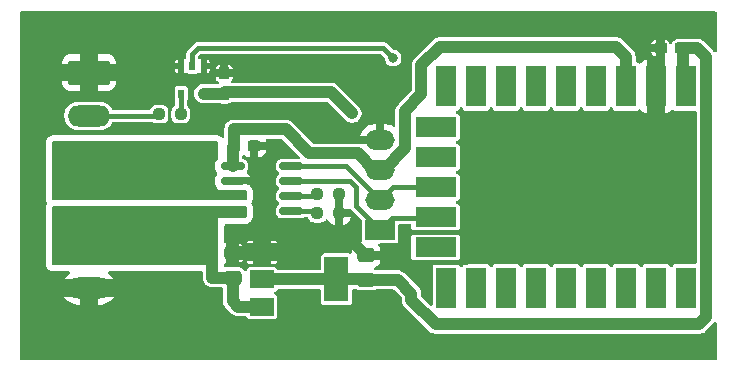
<source format=gbr>
%TF.GenerationSoftware,KiCad,Pcbnew,8.0.8*%
%TF.CreationDate,2025-10-03T16:42:55-04:00*%
%TF.ProjectId,RP2040_Count,52503230-3430-45f4-936f-756e742e6b69,v1*%
%TF.SameCoordinates,Original*%
%TF.FileFunction,Copper,L1,Top*%
%TF.FilePolarity,Positive*%
%FSLAX46Y46*%
G04 Gerber Fmt 4.6, Leading zero omitted, Abs format (unit mm)*
G04 Created by KiCad (PCBNEW 8.0.8) date 2025-10-03 16:42:55*
%MOMM*%
%LPD*%
G01*
G04 APERTURE LIST*
G04 Aperture macros list*
%AMRoundRect*
0 Rectangle with rounded corners*
0 $1 Rounding radius*
0 $2 $3 $4 $5 $6 $7 $8 $9 X,Y pos of 4 corners*
0 Add a 4 corners polygon primitive as box body*
4,1,4,$2,$3,$4,$5,$6,$7,$8,$9,$2,$3,0*
0 Add four circle primitives for the rounded corners*
1,1,$1+$1,$2,$3*
1,1,$1+$1,$4,$5*
1,1,$1+$1,$6,$7*
1,1,$1+$1,$8,$9*
0 Add four rect primitives between the rounded corners*
20,1,$1+$1,$2,$3,$4,$5,0*
20,1,$1+$1,$4,$5,$6,$7,0*
20,1,$1+$1,$6,$7,$8,$9,0*
20,1,$1+$1,$8,$9,$2,$3,0*%
G04 Aperture macros list end*
%TA.AperFunction,ComponentPad*%
%ADD10C,1.524000*%
%TD*%
%TA.AperFunction,SMDPad,CuDef*%
%ADD11R,1.700000X3.500000*%
%TD*%
%TA.AperFunction,SMDPad,CuDef*%
%ADD12R,3.500000X1.700000*%
%TD*%
%TA.AperFunction,SMDPad,CuDef*%
%ADD13RoundRect,0.249999X1.425001X-0.450001X1.425001X0.450001X-1.425001X0.450001X-1.425001X-0.450001X0*%
%TD*%
%TA.AperFunction,ComponentPad*%
%ADD14RoundRect,0.250000X-1.550000X0.650000X-1.550000X-0.650000X1.550000X-0.650000X1.550000X0.650000X0*%
%TD*%
%TA.AperFunction,ComponentPad*%
%ADD15O,3.600000X1.800000*%
%TD*%
%TA.AperFunction,SMDPad,CuDef*%
%ADD16RoundRect,0.237500X-0.250000X-0.237500X0.250000X-0.237500X0.250000X0.237500X-0.250000X0.237500X0*%
%TD*%
%TA.AperFunction,SMDPad,CuDef*%
%ADD17RoundRect,0.237500X-0.300000X-0.237500X0.300000X-0.237500X0.300000X0.237500X-0.300000X0.237500X0*%
%TD*%
%TA.AperFunction,SMDPad,CuDef*%
%ADD18RoundRect,0.237500X0.237500X-0.300000X0.237500X0.300000X-0.237500X0.300000X-0.237500X-0.300000X0*%
%TD*%
%TA.AperFunction,SMDPad,CuDef*%
%ADD19R,0.510000X0.700000*%
%TD*%
%TA.AperFunction,SMDPad,CuDef*%
%ADD20RoundRect,0.150000X0.825000X0.150000X-0.825000X0.150000X-0.825000X-0.150000X0.825000X-0.150000X0*%
%TD*%
%TA.AperFunction,SMDPad,CuDef*%
%ADD21RoundRect,0.250000X0.475000X-0.337500X0.475000X0.337500X-0.475000X0.337500X-0.475000X-0.337500X0*%
%TD*%
%TA.AperFunction,SMDPad,CuDef*%
%ADD22R,2.000000X1.500000*%
%TD*%
%TA.AperFunction,SMDPad,CuDef*%
%ADD23R,2.000000X3.800000*%
%TD*%
%TA.AperFunction,ComponentPad*%
%ADD24RoundRect,0.291667X-1.508333X0.758333X-1.508333X-0.758333X1.508333X-0.758333X1.508333X0.758333X0*%
%TD*%
%TA.AperFunction,ComponentPad*%
%ADD25O,3.600000X2.100000*%
%TD*%
%TA.AperFunction,ComponentPad*%
%ADD26R,2.500000X1.700000*%
%TD*%
%TA.AperFunction,ComponentPad*%
%ADD27O,2.500000X1.700000*%
%TD*%
%TA.AperFunction,ViaPad*%
%ADD28C,0.800000*%
%TD*%
%TA.AperFunction,Conductor*%
%ADD29C,1.000000*%
%TD*%
%TA.AperFunction,Conductor*%
%ADD30C,0.400000*%
%TD*%
%TA.AperFunction,Conductor*%
%ADD31C,0.900000*%
%TD*%
G04 APERTURE END LIST*
D10*
%TO.P,U5,1,5V*%
%TO.N,+5V*%
X155910000Y-79760000D03*
D11*
X155910000Y-78860000D03*
D10*
%TO.P,U5,2,GND*%
%TO.N,GND*%
X153370000Y-79760000D03*
D11*
X153370000Y-78860000D03*
D10*
%TO.P,U5,3,3V3*%
%TO.N,+3.3V*%
X150830000Y-79760000D03*
D11*
X150830000Y-78860000D03*
D10*
%TO.P,U5,4,GPIO29*%
%TO.N,unconnected-(U5-GPIO29-Pad4)*%
X148290000Y-79760000D03*
D11*
%TO.N,unconnected-(U5-GPIO29-Pad4)_0*%
X148290000Y-78860000D03*
D10*
%TO.P,U5,5,GPIO28*%
%TO.N,unconnected-(U5-GPIO28-Pad5)*%
X145750000Y-79760000D03*
D11*
%TO.N,unconnected-(U5-GPIO28-Pad5)_0*%
X145750000Y-78860000D03*
D10*
%TO.P,U5,6,GPIO27*%
%TO.N,unconnected-(U5-GPIO27-Pad6)*%
X143210000Y-79760000D03*
D11*
%TO.N,unconnected-(U5-GPIO27-Pad6)_0*%
X143210000Y-78860000D03*
D10*
%TO.P,U5,7,GPIO26*%
%TO.N,unconnected-(U5-GPIO26-Pad7)_0*%
X140670000Y-79760000D03*
D11*
%TO.N,unconnected-(U5-GPIO26-Pad7)*%
X140670000Y-78860000D03*
D10*
%TO.P,U5,8,GPIO15*%
%TO.N,unconnected-(U5-GPIO15-Pad8)_0*%
X138130000Y-79760000D03*
D11*
%TO.N,unconnected-(U5-GPIO15-Pad8)*%
X138130000Y-78860000D03*
D10*
%TO.P,U5,9,GPIO14*%
%TO.N,OUT1*%
X135590000Y-79760000D03*
D11*
X135590000Y-78860000D03*
D10*
%TO.P,U5,10,GPIO13*%
%TO.N,SW1*%
X135600000Y-82300000D03*
D12*
X134700000Y-82300000D03*
D10*
%TO.P,U5,11,GPIO12*%
%TO.N,unconnected-(U5-GPIO12-Pad11)*%
X135600000Y-84840000D03*
D12*
%TO.N,unconnected-(U5-GPIO12-Pad11)_0*%
X134700000Y-84840000D03*
D10*
%TO.P,U5,12,GPIO11*%
%TO.N,I2C_SCL*%
X135600000Y-87380000D03*
D12*
X134700000Y-87380000D03*
D10*
%TO.P,U5,13,GPIO10*%
%TO.N,I2C_SDA*%
X135600000Y-89920000D03*
D12*
X134700000Y-89920000D03*
D10*
%TO.P,U5,14,GPIO9*%
%TO.N,unconnected-(U5-GPIO9-Pad14)*%
X135600000Y-92460000D03*
D12*
%TO.N,unconnected-(U5-GPIO9-Pad14)_0*%
X134700000Y-92460000D03*
D10*
%TO.P,U5,15,GPIO8*%
%TO.N,unconnected-(U5-GPIO8-Pad15)*%
X135590000Y-95000000D03*
D11*
%TO.N,unconnected-(U5-GPIO8-Pad15)_0*%
X135590000Y-95900000D03*
D10*
%TO.P,U5,16,GPIO7*%
%TO.N,unconnected-(U5-GPIO7-Pad16)*%
X138130000Y-95000000D03*
D11*
%TO.N,unconnected-(U5-GPIO7-Pad16)_0*%
X138130000Y-95900000D03*
D10*
%TO.P,U5,17,GPIO6*%
%TO.N,unconnected-(U5-GPIO6-Pad17)*%
X140670000Y-95000000D03*
D11*
%TO.N,unconnected-(U5-GPIO6-Pad17)_0*%
X140670000Y-95900000D03*
D10*
%TO.P,U5,18,GPIO5*%
%TO.N,unconnected-(U5-GPIO5-Pad18)_0*%
X143210000Y-95000000D03*
D11*
%TO.N,unconnected-(U5-GPIO5-Pad18)*%
X143210000Y-95900000D03*
D10*
%TO.P,U5,19,GPIO4*%
%TO.N,unconnected-(U5-GPIO4-Pad19)*%
X145750000Y-95000000D03*
D11*
%TO.N,unconnected-(U5-GPIO4-Pad19)_0*%
X145750000Y-95900000D03*
D10*
%TO.P,U5,20,GPIO3*%
%TO.N,unconnected-(U5-GPIO3-Pad20)*%
X148290000Y-95000000D03*
D11*
%TO.N,unconnected-(U5-GPIO3-Pad20)_0*%
X148290000Y-95900000D03*
D10*
%TO.P,U5,21,GPIO2*%
%TO.N,unconnected-(U5-GPIO2-Pad21)_0*%
X150830000Y-95000000D03*
D11*
%TO.N,unconnected-(U5-GPIO2-Pad21)*%
X150830000Y-95900000D03*
D10*
%TO.P,U5,22,GPIO1*%
%TO.N,unconnected-(U5-GPIO1-Pad22)*%
X153370000Y-95000000D03*
D11*
%TO.N,unconnected-(U5-GPIO1-Pad22)_0*%
X153370000Y-95900000D03*
D10*
%TO.P,U5,23,GPIO0*%
%TO.N,unconnected-(U5-GPIO0-Pad23)*%
X155910000Y-95000000D03*
D11*
%TO.N,unconnected-(U5-GPIO0-Pad23)_0*%
X155910000Y-95900000D03*
%TD*%
D13*
%TO.P,R2,1*%
%TO.N,VIN1*%
X113000000Y-91800000D03*
%TO.P,R2,2*%
%TO.N,VOUT1*%
X113000000Y-85700000D03*
%TD*%
D14*
%TO.P,TB1,1,P1*%
%TO.N,VIN1*%
X105357500Y-92112500D03*
D15*
%TO.P,TB1,2,P2*%
%TO.N,GND*%
X105357500Y-95922500D03*
%TD*%
D16*
%TO.P,R3,1*%
%TO.N,Net-(U4-A0)*%
X124687500Y-88000000D03*
%TO.P,R3,2*%
%TO.N,GND*%
X126512500Y-88000000D03*
%TD*%
D17*
%TO.P,C6,1*%
%TO.N,GND*%
X153737500Y-75600000D03*
%TO.P,C6,2*%
%TO.N,+5V*%
X155462500Y-75600000D03*
%TD*%
D18*
%TO.P,C1,1*%
%TO.N,+5V*%
X116800000Y-79462500D03*
%TO.P,C1,2*%
%TO.N,GND*%
X116800000Y-77737500D03*
%TD*%
D19*
%TO.P,U1,1*%
%TO.N,GND*%
X115050000Y-77140000D03*
%TO.P,U1,2*%
%TO.N,OUT1*%
X114100000Y-77140000D03*
%TO.P,U1,3,GND*%
%TO.N,GND*%
X113150000Y-77140000D03*
%TO.P,U1,4*%
%TO.N,Net-(R1-Pad2)*%
X113150000Y-79460000D03*
%TO.P,U1,5,VCC*%
%TO.N,+5V*%
X115050000Y-79460000D03*
%TD*%
D20*
%TO.P,U4,1,A1*%
%TO.N,Net-(U4-A1)*%
X122475000Y-89405000D03*
%TO.P,U4,2,A0*%
%TO.N,Net-(U4-A0)*%
X122475000Y-88135000D03*
%TO.P,U4,3,SDA*%
%TO.N,I2C_SDA*%
X122475000Y-86865000D03*
%TO.P,U4,4,SCL*%
%TO.N,I2C_SCL*%
X122475000Y-85595000D03*
%TO.P,U4,5,VS*%
%TO.N,+3.3V*%
X117525000Y-85595000D03*
%TO.P,U4,6,GND*%
%TO.N,GND*%
X117525000Y-86865000D03*
%TO.P,U4,7,IN-*%
%TO.N,VOUT1*%
X117525000Y-88135000D03*
%TO.P,U4,8,IN+*%
%TO.N,VIN1*%
X117525000Y-89405000D03*
%TD*%
D21*
%TO.P,C4,1*%
%TO.N,+5V*%
X128800000Y-95237500D03*
%TO.P,C4,2*%
%TO.N,GND*%
X128800000Y-93162500D03*
%TD*%
D16*
%TO.P,R1,1*%
%TO.N,/DOUT1*%
X111287500Y-81200000D03*
%TO.P,R1,2*%
%TO.N,Net-(R1-Pad2)*%
X113112500Y-81200000D03*
%TD*%
D22*
%TO.P,U3,1,GND*%
%TO.N,GND*%
X120000000Y-92900000D03*
%TO.P,U3,2,VO*%
%TO.N,+5V*%
X120000000Y-95200000D03*
D23*
X126300000Y-95200000D03*
D22*
%TO.P,U3,3,VI*%
%TO.N,VIN1*%
X120000000Y-97500000D03*
%TD*%
D17*
%TO.P,C5,1*%
%TO.N,+3.3V*%
X117600000Y-83900000D03*
%TO.P,C5,2*%
%TO.N,GND*%
X119325000Y-83900000D03*
%TD*%
D21*
%TO.P,C3,1*%
%TO.N,VIN1*%
X117500000Y-95037500D03*
%TO.P,C3,2*%
%TO.N,GND*%
X117500000Y-92962500D03*
%TD*%
D16*
%TO.P,R4,1*%
%TO.N,Net-(U4-A1)*%
X124687500Y-89600000D03*
%TO.P,R4,2*%
%TO.N,GND*%
X126512500Y-89600000D03*
%TD*%
D24*
%TO.P,J2,1,Pin_1*%
%TO.N,GND*%
X105357500Y-77680000D03*
D15*
%TO.P,J2,2,Pin_2*%
%TO.N,/DOUT1*%
X105357500Y-81340000D03*
D25*
%TO.P,J2,3,Pin_3*%
%TO.N,VOUT1*%
X105357500Y-85000000D03*
%TD*%
D26*
%TO.P,J3,1,Pin_1*%
%TO.N,I2C_SDA*%
X130000000Y-91000000D03*
D27*
%TO.P,J3,2,Pin_2*%
%TO.N,I2C_SCL*%
X130000000Y-88500000D03*
%TO.P,J3,3,Pin_3*%
%TO.N,+3.3V*%
X130000000Y-85900000D03*
%TO.P,J3,4,Pin_4*%
%TO.N,GND*%
X130000000Y-83400000D03*
%TD*%
D28*
%TO.N,+5V*%
X127625000Y-81125000D03*
X131500000Y-95237500D03*
%TO.N,GND*%
X129000000Y-80000000D03*
X119900000Y-88900000D03*
X124400000Y-93900000D03*
X118000000Y-99000000D03*
X138200000Y-81900000D03*
X125800000Y-92300000D03*
X108000000Y-101000000D03*
X115900000Y-99000000D03*
X101000000Y-74000000D03*
X146000000Y-74000000D03*
X111800000Y-79500000D03*
X157000000Y-74000000D03*
X155900000Y-81900000D03*
X152000000Y-101000000D03*
X125600000Y-98000000D03*
X122200000Y-93900000D03*
X122200000Y-90700000D03*
X140000000Y-74000000D03*
X147050000Y-81900000D03*
X114200000Y-95100000D03*
X123300000Y-92900000D03*
X134000000Y-74000000D03*
X111800000Y-77100000D03*
X126500000Y-74000000D03*
X153700000Y-74200000D03*
X122000000Y-96500000D03*
X126000000Y-77500000D03*
X101000000Y-94500000D03*
X112800000Y-75400000D03*
X124400000Y-92900000D03*
X124000000Y-96500000D03*
X116000000Y-81500000D03*
X155900000Y-92800000D03*
X122000000Y-98000000D03*
X138100000Y-87400000D03*
X151450000Y-92800000D03*
X120500000Y-74000000D03*
X121200000Y-90700000D03*
X122900000Y-77400000D03*
X101000000Y-83500000D03*
X120200000Y-77400000D03*
X142625000Y-92800000D03*
X151475000Y-81900000D03*
X147000000Y-101000000D03*
X127950000Y-91100000D03*
X119700000Y-86900000D03*
X141000000Y-101000000D03*
X122200000Y-92900000D03*
X157500000Y-101000000D03*
X126000000Y-82000000D03*
X101000000Y-89000000D03*
X127000000Y-92300000D03*
X120100000Y-85600000D03*
X118200000Y-77700000D03*
X122200000Y-91800000D03*
X147000000Y-92800000D03*
X126900000Y-98000000D03*
X121000000Y-101000000D03*
X123000000Y-80900000D03*
X109000000Y-74000000D03*
X142625000Y-81900000D03*
X123000000Y-98000000D03*
X135000000Y-101000000D03*
X130600000Y-93200000D03*
X115000000Y-74000000D03*
X124000000Y-98000000D03*
X101000000Y-79700000D03*
X117500000Y-91100000D03*
X101000000Y-101000000D03*
X121300000Y-84000000D03*
X152300000Y-74200000D03*
X152300000Y-75600000D03*
X155900000Y-87500000D03*
X115900000Y-96600000D03*
X125800000Y-91100000D03*
X127000000Y-101000000D03*
X123300000Y-93900000D03*
X123000000Y-96500000D03*
X127000000Y-91100000D03*
X119600000Y-80900000D03*
X115000000Y-101000000D03*
X138200000Y-92800000D03*
%TO.N,VIN1*%
X113500000Y-90500000D03*
X114500000Y-90500000D03*
X112500000Y-93500000D03*
X115500000Y-92500000D03*
X115500000Y-89500000D03*
X111500000Y-93500000D03*
X113500000Y-89500000D03*
X111500000Y-90500000D03*
X112500000Y-89500000D03*
X113500000Y-93500000D03*
X110500000Y-89500000D03*
X114500000Y-89500000D03*
X114500000Y-93500000D03*
X110500000Y-93500000D03*
X115500000Y-93500000D03*
X111500000Y-89500000D03*
X115500000Y-91500000D03*
X115500000Y-90500000D03*
X110500000Y-91500000D03*
X110500000Y-90500000D03*
X112500000Y-90500000D03*
X110500000Y-92500000D03*
%TO.N,VOUT1*%
X115500000Y-86000000D03*
X115500000Y-85000000D03*
X112500000Y-84000000D03*
X111500000Y-84000000D03*
X115500000Y-84000000D03*
X115500000Y-87000000D03*
X110500000Y-85000000D03*
X112500000Y-88000000D03*
X114500000Y-84000000D03*
X110500000Y-86000000D03*
X111500000Y-88000000D03*
X113500000Y-88000000D03*
X110500000Y-88000000D03*
X110500000Y-87000000D03*
X111500000Y-87000000D03*
X115500000Y-88000000D03*
X110500000Y-84000000D03*
X114500000Y-87000000D03*
X113500000Y-84000000D03*
X113500000Y-87000000D03*
X112500000Y-87000000D03*
X114500000Y-88000000D03*
%TO.N,OUT1*%
X131100000Y-76450000D03*
%TD*%
D29*
%TO.N,+5V*%
X126300000Y-95200000D02*
X120000000Y-95200000D01*
X127625000Y-81125000D02*
X125862500Y-79362500D01*
X131500000Y-95237500D02*
X128800000Y-95237500D01*
X132650000Y-96950000D02*
X132650000Y-96387500D01*
X128762500Y-95200000D02*
X126300000Y-95200000D01*
X134700000Y-99000000D02*
X132650000Y-96950000D01*
X128800000Y-95237500D02*
X128762500Y-95200000D01*
X157600000Y-98400000D02*
X157000000Y-99000000D01*
X128837500Y-95200000D02*
X128800000Y-95237500D01*
X157000000Y-99000000D02*
X134700000Y-99000000D01*
X115050000Y-79460000D02*
X116797500Y-79460000D01*
X155600000Y-75737500D02*
X155600000Y-79450000D01*
X116900000Y-79362500D02*
X116800000Y-79462500D01*
X155600000Y-79450000D02*
X155910000Y-79760000D01*
X116797500Y-79460000D02*
X116800000Y-79462500D01*
X132650000Y-96387500D02*
X131500000Y-95237500D01*
X155462500Y-75600000D02*
X156850000Y-75600000D01*
X125862500Y-79362500D02*
X116900000Y-79362500D01*
X156850000Y-75600000D02*
X157600000Y-76350000D01*
X157600000Y-76350000D02*
X157600000Y-98400000D01*
X155462500Y-75600000D02*
X155600000Y-75737500D01*
D30*
%TO.N,GND*%
X136850000Y-91210000D02*
X138200000Y-92560000D01*
X127487500Y-91850000D02*
X127400000Y-91850000D01*
X119400000Y-86600000D02*
X119400000Y-83975000D01*
X137290000Y-93710000D02*
X138200000Y-92800000D01*
X153370000Y-79760000D02*
X153370000Y-76980000D01*
D31*
X128800000Y-93162500D02*
X127487500Y-91850000D01*
D30*
X126512500Y-90612500D02*
X127000000Y-91100000D01*
X153370000Y-76980000D02*
X153737500Y-76612500D01*
X118162500Y-77737500D02*
X118200000Y-77700000D01*
X116800000Y-77737500D02*
X118162500Y-77737500D01*
X126512500Y-88000000D02*
X126512500Y-89600000D01*
X116787500Y-77750000D02*
X116800000Y-77737500D01*
X119700000Y-86900000D02*
X119400000Y-86600000D01*
X130600000Y-93200000D02*
X132590000Y-91210000D01*
X131110000Y-93710000D02*
X137290000Y-93710000D01*
X116200000Y-77750000D02*
X116787500Y-77750000D01*
X119665000Y-86865000D02*
X119700000Y-86900000D01*
X113150000Y-75750000D02*
X112800000Y-75400000D01*
X153737500Y-75600000D02*
X152300000Y-75600000D01*
X115590000Y-77140000D02*
X116200000Y-77750000D01*
X153737500Y-76612500D02*
X153737500Y-75600000D01*
X127000000Y-92250000D02*
X127000000Y-92300000D01*
X126512500Y-89600000D02*
X126512500Y-90612500D01*
X113150000Y-77140000D02*
X113150000Y-75750000D01*
X119400000Y-83975000D02*
X119325000Y-83900000D01*
X117525000Y-86865000D02*
X119665000Y-86865000D01*
X115050000Y-77140000D02*
X115590000Y-77140000D01*
X130600000Y-93200000D02*
X131110000Y-93710000D01*
X132590000Y-91210000D02*
X136850000Y-91210000D01*
X138200000Y-92560000D02*
X138200000Y-92800000D01*
X127400000Y-91850000D02*
X127000000Y-92250000D01*
D29*
%TO.N,VIN1*%
X120000000Y-97500000D02*
X118000000Y-97500000D01*
X115800000Y-95037500D02*
X115800000Y-93800000D01*
X117500000Y-95037500D02*
X115800000Y-95037500D01*
X115800000Y-93800000D02*
X115500000Y-93500000D01*
X118000000Y-97500000D02*
X117500000Y-97000000D01*
X117500000Y-97000000D02*
X117500000Y-95037500D01*
%TO.N,+3.3V*%
X122000000Y-82500000D02*
X117600000Y-82500000D01*
X130000000Y-85900000D02*
X129503984Y-85900000D01*
X129503984Y-85900000D02*
X128103984Y-84500000D01*
X133500000Y-79500000D02*
X132100000Y-80900000D01*
X117525000Y-83975000D02*
X117600000Y-83900000D01*
X128103984Y-84500000D02*
X124000000Y-84500000D01*
X132100000Y-80900000D02*
X132100000Y-84100000D01*
X150830000Y-79760000D02*
X150830000Y-76330000D01*
X132100000Y-84100000D02*
X130300000Y-85900000D01*
X150830000Y-76330000D02*
X150000000Y-75500000D01*
X133500000Y-77073161D02*
X133500000Y-79500000D01*
X150000000Y-75500000D02*
X135073161Y-75500000D01*
X124000000Y-84500000D02*
X122000000Y-82500000D01*
X117525000Y-85595000D02*
X117525000Y-83975000D01*
X135073161Y-75500000D02*
X133500000Y-77073161D01*
X117600000Y-82500000D02*
X117600000Y-83900000D01*
X130300000Y-85900000D02*
X130000000Y-85900000D01*
D30*
%TO.N,/DOUT1*%
X111147500Y-81340000D02*
X105357500Y-81340000D01*
X111287500Y-81200000D02*
X111147500Y-81340000D01*
%TO.N,I2C_SDA*%
X135520000Y-90000000D02*
X135600000Y-89920000D01*
X130000000Y-91000000D02*
X131000000Y-90000000D01*
X130000000Y-91000000D02*
X127950000Y-88950000D01*
X127415000Y-86865000D02*
X122475000Y-86865000D01*
X127950000Y-88950000D02*
X127950000Y-87400000D01*
X131000000Y-90000000D02*
X135520000Y-90000000D01*
X127950000Y-87400000D02*
X127415000Y-86865000D01*
%TO.N,I2C_SCL*%
X130000000Y-88500000D02*
X131120000Y-87380000D01*
X127095000Y-85595000D02*
X122475000Y-85595000D01*
X130000000Y-88500000D02*
X127095000Y-85595000D01*
X131120000Y-87380000D02*
X135600000Y-87380000D01*
%TO.N,Net-(R1-Pad2)*%
X113150000Y-81162500D02*
X113112500Y-81200000D01*
X113150000Y-79460000D02*
X113150000Y-81162500D01*
%TO.N,Net-(U4-A0)*%
X122475000Y-88135000D02*
X124552500Y-88135000D01*
X124552500Y-88135000D02*
X124687500Y-88000000D01*
%TO.N,Net-(U4-A1)*%
X124492500Y-89405000D02*
X124687500Y-89600000D01*
X122475000Y-89405000D02*
X124492500Y-89405000D01*
%TO.N,OUT1*%
X114600000Y-75600000D02*
X114100000Y-76100000D01*
X114100000Y-76100000D02*
X114100000Y-77140000D01*
X131100000Y-76450000D02*
X130250000Y-75600000D01*
X130250000Y-75600000D02*
X114600000Y-75600000D01*
%TD*%
%TA.AperFunction,Conductor*%
%TO.N,VOUT1*%
G36*
X116243039Y-83519685D02*
G01*
X116288794Y-83572489D01*
X116300000Y-83624000D01*
X116300000Y-84873691D01*
X116280315Y-84940730D01*
X116263681Y-84961372D01*
X116181923Y-85043129D01*
X116181917Y-85043137D01*
X116098255Y-85184603D01*
X116098254Y-85184606D01*
X116052402Y-85342426D01*
X116052401Y-85342432D01*
X116049500Y-85379298D01*
X116049500Y-85810701D01*
X116052401Y-85847567D01*
X116052402Y-85847573D01*
X116098254Y-86005393D01*
X116098255Y-86005396D01*
X116181917Y-86146862D01*
X116186702Y-86153031D01*
X116184256Y-86154927D01*
X116210857Y-86203642D01*
X116205873Y-86273334D01*
X116185069Y-86305703D01*
X116186702Y-86306969D01*
X116181917Y-86313137D01*
X116098255Y-86454603D01*
X116098254Y-86454606D01*
X116052402Y-86612426D01*
X116052401Y-86612432D01*
X116049500Y-86649298D01*
X116049500Y-87080701D01*
X116052401Y-87117567D01*
X116052402Y-87117573D01*
X116098254Y-87275393D01*
X116098255Y-87275396D01*
X116098256Y-87275398D01*
X116181919Y-87416865D01*
X116263682Y-87498628D01*
X116297166Y-87559949D01*
X116300000Y-87586308D01*
X116300000Y-87600000D01*
X116377367Y-87600000D01*
X116431896Y-87614916D01*
X116432446Y-87613647D01*
X116439597Y-87616741D01*
X116439602Y-87616744D01*
X116481224Y-87628836D01*
X116597426Y-87662597D01*
X116597429Y-87662597D01*
X116597431Y-87662598D01*
X116634306Y-87665500D01*
X116634314Y-87665500D01*
X118415686Y-87665500D01*
X118415694Y-87665500D01*
X118452569Y-87662598D01*
X118452571Y-87662597D01*
X118452573Y-87662597D01*
X118541405Y-87636789D01*
X118611274Y-87636988D01*
X118669944Y-87674930D01*
X118698788Y-87738568D01*
X118700000Y-87755865D01*
X118700000Y-88376000D01*
X118680315Y-88443039D01*
X118627511Y-88488794D01*
X118576000Y-88500000D01*
X102324000Y-88500000D01*
X102256961Y-88480315D01*
X102211206Y-88427511D01*
X102200000Y-88376000D01*
X102200000Y-83624000D01*
X102219685Y-83556961D01*
X102272489Y-83511206D01*
X102324000Y-83500000D01*
X116176000Y-83500000D01*
X116243039Y-83519685D01*
G37*
%TD.AperFunction*%
%TD*%
%TA.AperFunction,Conductor*%
%TO.N,GND*%
G36*
X158443039Y-72519685D02*
G01*
X158488794Y-72572489D01*
X158500000Y-72624000D01*
X158500000Y-75847309D01*
X158480315Y-75914348D01*
X158427511Y-75960103D01*
X158358353Y-75970047D01*
X158294797Y-75941022D01*
X158272898Y-75916200D01*
X158221790Y-75839712D01*
X158172288Y-75790210D01*
X158110289Y-75728211D01*
X157840394Y-75458316D01*
X157360292Y-74978213D01*
X157360288Y-74978210D01*
X157229185Y-74890609D01*
X157229172Y-74890602D01*
X157083501Y-74830264D01*
X157083489Y-74830261D01*
X156928845Y-74799500D01*
X156928842Y-74799500D01*
X155541342Y-74799500D01*
X155383658Y-74799500D01*
X155383655Y-74799500D01*
X155229010Y-74830261D01*
X155229003Y-74830263D01*
X155140911Y-74866751D01*
X155106718Y-74875478D01*
X155057700Y-74880749D01*
X154926219Y-74929789D01*
X154861534Y-74978213D01*
X154813884Y-75013884D01*
X154729788Y-75126222D01*
X154727033Y-75133608D01*
X154715913Y-75163421D01*
X154674040Y-75219353D01*
X154608574Y-75243768D01*
X154540302Y-75228914D01*
X154490898Y-75179508D01*
X154483550Y-75163416D01*
X154469768Y-75126465D01*
X154469767Y-75126463D01*
X154385758Y-75014241D01*
X154273537Y-74930232D01*
X154142186Y-74881241D01*
X154142187Y-74881241D01*
X154087500Y-74875361D01*
X154087500Y-76345272D01*
X154095582Y-76358356D01*
X154100000Y-76391162D01*
X154100000Y-77013566D01*
X154117166Y-77045004D01*
X154120000Y-77071362D01*
X154120000Y-81110000D01*
X154267828Y-81110000D01*
X154267844Y-81109999D01*
X154327372Y-81103598D01*
X154327379Y-81103596D01*
X154462086Y-81053354D01*
X154462093Y-81053350D01*
X154577187Y-80967190D01*
X154577190Y-80967187D01*
X154668669Y-80844989D01*
X154671548Y-80847144D01*
X154708777Y-80809852D01*
X154777037Y-80794940D01*
X154842523Y-80819300D01*
X154855980Y-80830951D01*
X154887235Y-80862206D01*
X154990009Y-80907585D01*
X155015135Y-80910500D01*
X156675500Y-80910499D01*
X156742539Y-80930184D01*
X156788294Y-80982987D01*
X156799500Y-81034499D01*
X156799500Y-93725500D01*
X156779815Y-93792539D01*
X156727011Y-93838294D01*
X156675500Y-93849500D01*
X155015143Y-93849500D01*
X155015117Y-93849502D01*
X154990012Y-93852413D01*
X154990008Y-93852415D01*
X154887235Y-93897793D01*
X154807794Y-93977234D01*
X154762415Y-94080006D01*
X154759967Y-94089007D01*
X154756934Y-94088181D01*
X154735885Y-94137801D01*
X154678156Y-94177159D01*
X154608312Y-94179058D01*
X154548529Y-94142895D01*
X154521882Y-94088510D01*
X154520035Y-94089013D01*
X154517585Y-94080013D01*
X154517585Y-94080009D01*
X154472206Y-93977235D01*
X154392765Y-93897794D01*
X154343427Y-93876009D01*
X154289992Y-93852415D01*
X154264865Y-93849500D01*
X152475143Y-93849500D01*
X152475117Y-93849502D01*
X152450012Y-93852413D01*
X152450008Y-93852415D01*
X152347235Y-93897793D01*
X152267794Y-93977234D01*
X152222415Y-94080006D01*
X152219967Y-94089007D01*
X152216934Y-94088181D01*
X152195885Y-94137801D01*
X152138156Y-94177159D01*
X152068312Y-94179058D01*
X152008529Y-94142895D01*
X151981882Y-94088510D01*
X151980035Y-94089013D01*
X151977585Y-94080013D01*
X151977585Y-94080009D01*
X151932206Y-93977235D01*
X151852765Y-93897794D01*
X151803427Y-93876009D01*
X151749992Y-93852415D01*
X151724865Y-93849500D01*
X149935143Y-93849500D01*
X149935117Y-93849502D01*
X149910012Y-93852413D01*
X149910008Y-93852415D01*
X149807235Y-93897793D01*
X149727794Y-93977234D01*
X149682415Y-94080006D01*
X149679967Y-94089007D01*
X149676934Y-94088181D01*
X149655885Y-94137801D01*
X149598156Y-94177159D01*
X149528312Y-94179058D01*
X149468529Y-94142895D01*
X149441882Y-94088510D01*
X149440035Y-94089013D01*
X149437585Y-94080013D01*
X149437585Y-94080009D01*
X149392206Y-93977235D01*
X149312765Y-93897794D01*
X149263427Y-93876009D01*
X149209992Y-93852415D01*
X149184865Y-93849500D01*
X147395143Y-93849500D01*
X147395117Y-93849502D01*
X147370012Y-93852413D01*
X147370008Y-93852415D01*
X147267235Y-93897793D01*
X147187794Y-93977234D01*
X147142415Y-94080006D01*
X147139967Y-94089007D01*
X147136934Y-94088181D01*
X147115885Y-94137801D01*
X147058156Y-94177159D01*
X146988312Y-94179058D01*
X146928529Y-94142895D01*
X146901882Y-94088510D01*
X146900035Y-94089013D01*
X146897585Y-94080013D01*
X146897585Y-94080009D01*
X146852206Y-93977235D01*
X146772765Y-93897794D01*
X146723427Y-93876009D01*
X146669992Y-93852415D01*
X146644865Y-93849500D01*
X144855143Y-93849500D01*
X144855117Y-93849502D01*
X144830012Y-93852413D01*
X144830008Y-93852415D01*
X144727235Y-93897793D01*
X144647794Y-93977234D01*
X144602415Y-94080006D01*
X144599967Y-94089007D01*
X144596934Y-94088181D01*
X144575885Y-94137801D01*
X144518156Y-94177159D01*
X144448312Y-94179058D01*
X144388529Y-94142895D01*
X144361882Y-94088510D01*
X144360035Y-94089013D01*
X144357585Y-94080013D01*
X144357585Y-94080009D01*
X144312206Y-93977235D01*
X144232765Y-93897794D01*
X144183427Y-93876009D01*
X144129992Y-93852415D01*
X144104865Y-93849500D01*
X142315143Y-93849500D01*
X142315117Y-93849502D01*
X142290012Y-93852413D01*
X142290008Y-93852415D01*
X142187235Y-93897793D01*
X142107794Y-93977234D01*
X142062415Y-94080006D01*
X142059967Y-94089007D01*
X142056934Y-94088181D01*
X142035885Y-94137801D01*
X141978156Y-94177159D01*
X141908312Y-94179058D01*
X141848529Y-94142895D01*
X141821882Y-94088510D01*
X141820035Y-94089013D01*
X141817585Y-94080013D01*
X141817585Y-94080009D01*
X141772206Y-93977235D01*
X141692765Y-93897794D01*
X141643427Y-93876009D01*
X141589992Y-93852415D01*
X141564865Y-93849500D01*
X139775143Y-93849500D01*
X139775117Y-93849502D01*
X139750012Y-93852413D01*
X139750008Y-93852415D01*
X139647235Y-93897793D01*
X139567794Y-93977234D01*
X139522415Y-94080006D01*
X139519967Y-94089007D01*
X139516934Y-94088181D01*
X139495885Y-94137801D01*
X139438156Y-94177159D01*
X139368312Y-94179058D01*
X139308529Y-94142895D01*
X139281882Y-94088510D01*
X139280035Y-94089013D01*
X139277585Y-94080013D01*
X139277585Y-94080009D01*
X139232206Y-93977235D01*
X139152765Y-93897794D01*
X139103427Y-93876009D01*
X139049992Y-93852415D01*
X139024865Y-93849500D01*
X137235143Y-93849500D01*
X137235117Y-93849502D01*
X137210012Y-93852413D01*
X137210008Y-93852415D01*
X137107235Y-93897793D01*
X137027794Y-93977234D01*
X136982415Y-94080006D01*
X136979967Y-94089007D01*
X136976934Y-94088181D01*
X136955885Y-94137801D01*
X136898156Y-94177159D01*
X136828312Y-94179058D01*
X136768529Y-94142895D01*
X136741882Y-94088510D01*
X136740035Y-94089013D01*
X136737585Y-94080013D01*
X136737585Y-94080009D01*
X136692206Y-93977235D01*
X136612765Y-93897794D01*
X136563406Y-93876000D01*
X136509989Y-93852414D01*
X136502352Y-93850336D01*
X136442832Y-93813741D01*
X136412545Y-93750777D01*
X136421108Y-93681434D01*
X136465801Y-93627728D01*
X136511241Y-93610972D01*
X136510987Y-93610035D01*
X136519984Y-93607585D01*
X136519991Y-93607585D01*
X136622765Y-93562206D01*
X136702206Y-93482765D01*
X136747585Y-93379991D01*
X136750500Y-93354865D01*
X136750499Y-91565136D01*
X136750497Y-91565117D01*
X136747586Y-91540012D01*
X136747585Y-91540010D01*
X136747585Y-91540009D01*
X136702206Y-91437235D01*
X136622765Y-91357794D01*
X136622763Y-91357793D01*
X136519993Y-91312415D01*
X136510993Y-91309967D01*
X136511817Y-91306934D01*
X136462202Y-91285889D01*
X136422842Y-91228161D01*
X136420940Y-91158317D01*
X136457100Y-91098532D01*
X136511489Y-91071880D01*
X136510987Y-91070035D01*
X136519984Y-91067585D01*
X136519991Y-91067585D01*
X136622765Y-91022206D01*
X136702206Y-90942765D01*
X136747585Y-90839991D01*
X136750500Y-90814865D01*
X136750499Y-89025136D01*
X136750497Y-89025117D01*
X136747586Y-89000012D01*
X136747585Y-89000010D01*
X136747585Y-89000009D01*
X136702206Y-88897235D01*
X136622765Y-88817794D01*
X136614458Y-88814126D01*
X136519993Y-88772415D01*
X136510993Y-88769967D01*
X136511817Y-88766934D01*
X136462202Y-88745889D01*
X136422842Y-88688161D01*
X136420940Y-88618317D01*
X136457100Y-88558532D01*
X136511489Y-88531880D01*
X136510987Y-88530035D01*
X136519984Y-88527585D01*
X136519991Y-88527585D01*
X136622765Y-88482206D01*
X136702206Y-88402765D01*
X136747585Y-88299991D01*
X136750500Y-88274865D01*
X136750499Y-86485136D01*
X136750497Y-86485117D01*
X136747586Y-86460012D01*
X136747585Y-86460010D01*
X136747585Y-86460009D01*
X136702206Y-86357235D01*
X136622765Y-86277794D01*
X136592657Y-86264500D01*
X136519993Y-86232415D01*
X136510993Y-86229967D01*
X136511817Y-86226934D01*
X136462202Y-86205889D01*
X136422842Y-86148161D01*
X136420940Y-86078317D01*
X136457100Y-86018532D01*
X136511489Y-85991880D01*
X136510987Y-85990035D01*
X136519984Y-85987585D01*
X136519991Y-85987585D01*
X136622765Y-85942206D01*
X136702206Y-85862765D01*
X136747585Y-85759991D01*
X136750500Y-85734865D01*
X136750499Y-83945136D01*
X136750497Y-83945117D01*
X136747586Y-83920012D01*
X136747585Y-83920010D01*
X136747585Y-83920009D01*
X136702206Y-83817235D01*
X136622765Y-83737794D01*
X136605709Y-83730263D01*
X136519993Y-83692415D01*
X136510993Y-83689967D01*
X136511817Y-83686934D01*
X136462202Y-83665889D01*
X136422842Y-83608161D01*
X136420940Y-83538317D01*
X136457100Y-83478532D01*
X136511489Y-83451880D01*
X136510987Y-83450035D01*
X136519984Y-83447585D01*
X136519991Y-83447585D01*
X136622765Y-83402206D01*
X136702206Y-83322765D01*
X136747585Y-83219991D01*
X136750500Y-83194865D01*
X136750499Y-81405136D01*
X136750497Y-81405117D01*
X136747586Y-81380012D01*
X136747585Y-81380010D01*
X136747585Y-81380009D01*
X136702206Y-81277235D01*
X136622765Y-81197794D01*
X136519993Y-81152415D01*
X136510993Y-81149967D01*
X136511373Y-81148569D01*
X136456285Y-81125202D01*
X136416924Y-81067474D01*
X136415022Y-80997630D01*
X136451182Y-80937846D01*
X136502357Y-80909661D01*
X136509980Y-80907586D01*
X136509991Y-80907585D01*
X136612765Y-80862206D01*
X136692206Y-80782765D01*
X136737585Y-80679991D01*
X136737585Y-80679988D01*
X136740033Y-80670993D01*
X136743071Y-80671819D01*
X136764082Y-80622237D01*
X136821795Y-80582856D01*
X136891639Y-80580928D01*
X136951436Y-80617067D01*
X136978126Y-80671487D01*
X136979965Y-80670987D01*
X136982415Y-80679991D01*
X137027793Y-80782764D01*
X137027794Y-80782765D01*
X137107235Y-80862206D01*
X137210009Y-80907585D01*
X137235135Y-80910500D01*
X139024864Y-80910499D01*
X139024879Y-80910497D01*
X139024882Y-80910497D01*
X139049987Y-80907586D01*
X139049988Y-80907585D01*
X139049991Y-80907585D01*
X139152765Y-80862206D01*
X139232206Y-80782765D01*
X139277585Y-80679991D01*
X139277585Y-80679988D01*
X139280033Y-80670993D01*
X139283071Y-80671819D01*
X139304082Y-80622237D01*
X139361795Y-80582856D01*
X139431639Y-80580928D01*
X139491436Y-80617067D01*
X139518126Y-80671487D01*
X139519965Y-80670987D01*
X139522415Y-80679991D01*
X139567793Y-80782764D01*
X139567794Y-80782765D01*
X139647235Y-80862206D01*
X139750009Y-80907585D01*
X139775135Y-80910500D01*
X141564864Y-80910499D01*
X141564879Y-80910497D01*
X141564882Y-80910497D01*
X141589987Y-80907586D01*
X141589988Y-80907585D01*
X141589991Y-80907585D01*
X141692765Y-80862206D01*
X141772206Y-80782765D01*
X141817585Y-80679991D01*
X141817585Y-80679988D01*
X141820033Y-80670993D01*
X141823071Y-80671819D01*
X141844082Y-80622237D01*
X141901795Y-80582856D01*
X141971639Y-80580928D01*
X142031436Y-80617067D01*
X142058126Y-80671487D01*
X142059965Y-80670987D01*
X142062415Y-80679991D01*
X142107793Y-80782764D01*
X142107794Y-80782765D01*
X142187235Y-80862206D01*
X142290009Y-80907585D01*
X142315135Y-80910500D01*
X144104864Y-80910499D01*
X144104879Y-80910497D01*
X144104882Y-80910497D01*
X144129987Y-80907586D01*
X144129988Y-80907585D01*
X144129991Y-80907585D01*
X144232765Y-80862206D01*
X144312206Y-80782765D01*
X144357585Y-80679991D01*
X144357585Y-80679988D01*
X144360033Y-80670993D01*
X144363071Y-80671819D01*
X144384082Y-80622237D01*
X144441795Y-80582856D01*
X144511639Y-80580928D01*
X144571436Y-80617067D01*
X144598126Y-80671487D01*
X144599965Y-80670987D01*
X144602415Y-80679991D01*
X144647793Y-80782764D01*
X144647794Y-80782765D01*
X144727235Y-80862206D01*
X144830009Y-80907585D01*
X144855135Y-80910500D01*
X146644864Y-80910499D01*
X146644879Y-80910497D01*
X146644882Y-80910497D01*
X146669987Y-80907586D01*
X146669988Y-80907585D01*
X146669991Y-80907585D01*
X146772765Y-80862206D01*
X146852206Y-80782765D01*
X146897585Y-80679991D01*
X146897585Y-80679988D01*
X146900033Y-80670993D01*
X146903071Y-80671819D01*
X146924082Y-80622237D01*
X146981795Y-80582856D01*
X147051639Y-80580928D01*
X147111436Y-80617067D01*
X147138126Y-80671487D01*
X147139965Y-80670987D01*
X147142415Y-80679991D01*
X147187793Y-80782764D01*
X147187794Y-80782765D01*
X147267235Y-80862206D01*
X147370009Y-80907585D01*
X147395135Y-80910500D01*
X149184864Y-80910499D01*
X149184879Y-80910497D01*
X149184882Y-80910497D01*
X149209987Y-80907586D01*
X149209988Y-80907585D01*
X149209991Y-80907585D01*
X149312765Y-80862206D01*
X149392206Y-80782765D01*
X149437585Y-80679991D01*
X149437585Y-80679988D01*
X149440033Y-80670993D01*
X149443071Y-80671819D01*
X149464082Y-80622237D01*
X149521795Y-80582856D01*
X149591639Y-80580928D01*
X149651436Y-80617067D01*
X149678126Y-80671487D01*
X149679965Y-80670987D01*
X149682415Y-80679991D01*
X149727793Y-80782764D01*
X149727794Y-80782765D01*
X149807235Y-80862206D01*
X149910009Y-80907585D01*
X149935135Y-80910500D01*
X151724864Y-80910499D01*
X151724879Y-80910497D01*
X151724882Y-80910497D01*
X151749987Y-80907586D01*
X151749988Y-80907585D01*
X151749991Y-80907585D01*
X151852765Y-80862206D01*
X151884020Y-80830950D01*
X151945340Y-80797466D01*
X152015032Y-80802450D01*
X152070966Y-80844320D01*
X152071791Y-80845604D01*
X152162809Y-80967187D01*
X152162812Y-80967190D01*
X152277906Y-81053350D01*
X152277913Y-81053354D01*
X152412620Y-81103596D01*
X152412627Y-81103598D01*
X152472155Y-81109999D01*
X152472172Y-81110000D01*
X152620000Y-81110000D01*
X152620000Y-79810160D01*
X152989000Y-79810160D01*
X153014964Y-79907061D01*
X153065124Y-79993940D01*
X153136060Y-80064876D01*
X153222939Y-80115036D01*
X153319840Y-80141000D01*
X153420160Y-80141000D01*
X153517061Y-80115036D01*
X153603940Y-80064876D01*
X153674876Y-79993940D01*
X153725036Y-79907061D01*
X153751000Y-79810160D01*
X153751000Y-79709840D01*
X153725036Y-79612939D01*
X153674876Y-79526060D01*
X153603940Y-79455124D01*
X153517061Y-79404964D01*
X153420160Y-79379000D01*
X153319840Y-79379000D01*
X153222939Y-79404964D01*
X153136060Y-79455124D01*
X153065124Y-79526060D01*
X153014964Y-79612939D01*
X152989000Y-79709840D01*
X152989000Y-79810160D01*
X152620000Y-79810160D01*
X152620000Y-76610000D01*
X152472155Y-76610000D01*
X152412627Y-76616401D01*
X152412620Y-76616403D01*
X152277913Y-76666645D01*
X152277906Y-76666649D01*
X152162812Y-76752809D01*
X152162809Y-76752812D01*
X152071331Y-76875011D01*
X152068475Y-76872873D01*
X152031028Y-76910253D01*
X151962741Y-76925043D01*
X151897299Y-76900566D01*
X151884019Y-76889048D01*
X151852765Y-76857794D01*
X151749992Y-76812415D01*
X151740208Y-76811280D01*
X151675884Y-76783999D01*
X151636520Y-76726273D01*
X151630500Y-76688106D01*
X151630500Y-76251156D01*
X151613539Y-76165893D01*
X151613539Y-76165892D01*
X151599737Y-76096503D01*
X151590324Y-76073778D01*
X151590225Y-76073538D01*
X151539397Y-75950827D01*
X151539390Y-75950814D01*
X151538846Y-75950000D01*
X152959156Y-75950000D01*
X153005233Y-76073538D01*
X153089241Y-76185758D01*
X153201463Y-76269767D01*
X153201466Y-76269768D01*
X153332806Y-76318757D01*
X153387499Y-76324637D01*
X153387500Y-76324637D01*
X153387500Y-75950000D01*
X152959156Y-75950000D01*
X151538846Y-75950000D01*
X151451790Y-75819712D01*
X151422288Y-75790210D01*
X151340289Y-75708211D01*
X150947904Y-75315826D01*
X150882078Y-75250000D01*
X152959156Y-75250000D01*
X153387500Y-75250000D01*
X153387500Y-74875361D01*
X153332812Y-74881241D01*
X153201462Y-74930232D01*
X153089241Y-75014241D01*
X153005233Y-75126461D01*
X152959156Y-75250000D01*
X150882078Y-75250000D01*
X150510292Y-74878213D01*
X150510288Y-74878210D01*
X150379185Y-74790609D01*
X150379172Y-74790602D01*
X150233501Y-74730264D01*
X150233489Y-74730261D01*
X150078845Y-74699500D01*
X150078842Y-74699500D01*
X135152004Y-74699500D01*
X134994319Y-74699500D01*
X134994314Y-74699500D01*
X134839671Y-74730260D01*
X134839663Y-74730262D01*
X134693985Y-74790604D01*
X134693975Y-74790609D01*
X134562872Y-74878210D01*
X134562868Y-74878213D01*
X133373226Y-76067857D01*
X132989711Y-76451372D01*
X132957550Y-76483533D01*
X132878209Y-76562873D01*
X132790609Y-76693975D01*
X132790602Y-76693988D01*
X132730264Y-76839659D01*
X132730261Y-76839671D01*
X132699500Y-76994314D01*
X132699500Y-79117060D01*
X132679815Y-79184099D01*
X132663181Y-79204741D01*
X131589711Y-80278211D01*
X131554682Y-80313240D01*
X131478209Y-80389712D01*
X131390609Y-80520814D01*
X131390602Y-80520827D01*
X131330264Y-80666498D01*
X131330261Y-80666510D01*
X131299500Y-80821153D01*
X131299500Y-82141583D01*
X131279815Y-82208622D01*
X131227011Y-82254377D01*
X131157853Y-82264321D01*
X131110716Y-82247314D01*
X131107559Y-82245379D01*
X130918217Y-82148904D01*
X130716129Y-82083242D01*
X130506246Y-82050000D01*
X130350000Y-82050000D01*
X130350000Y-83042894D01*
X130307007Y-82999901D01*
X130192993Y-82934075D01*
X130065826Y-82900000D01*
X129934174Y-82900000D01*
X129807007Y-82934075D01*
X129692993Y-82999901D01*
X129650000Y-83042894D01*
X129650000Y-82050000D01*
X129493754Y-82050000D01*
X129283872Y-82083242D01*
X129283869Y-82083242D01*
X129081782Y-82148904D01*
X128892442Y-82245379D01*
X128720540Y-82370272D01*
X128720535Y-82370276D01*
X128570276Y-82520535D01*
X128570272Y-82520540D01*
X128445379Y-82692442D01*
X128348907Y-82881777D01*
X128294248Y-83049999D01*
X128294248Y-83050000D01*
X129642894Y-83050000D01*
X129599901Y-83092993D01*
X129534075Y-83207007D01*
X129500000Y-83334174D01*
X129500000Y-83465826D01*
X129534075Y-83592993D01*
X129599901Y-83707007D01*
X129642894Y-83750000D01*
X128409795Y-83750000D01*
X128362347Y-83740562D01*
X128337481Y-83730263D01*
X128337474Y-83730261D01*
X128337473Y-83730261D01*
X128337472Y-83730260D01*
X128182829Y-83699500D01*
X128182826Y-83699500D01*
X124382940Y-83699500D01*
X124315901Y-83679815D01*
X124295259Y-83663181D01*
X122510292Y-81878213D01*
X122510288Y-81878210D01*
X122379185Y-81790609D01*
X122379172Y-81790602D01*
X122233501Y-81730264D01*
X122233489Y-81730261D01*
X122078845Y-81699500D01*
X122078842Y-81699500D01*
X117678842Y-81699500D01*
X117521158Y-81699500D01*
X117521155Y-81699500D01*
X117366510Y-81730261D01*
X117366498Y-81730264D01*
X117220827Y-81790602D01*
X117220814Y-81790609D01*
X117089711Y-81878210D01*
X117089707Y-81878213D01*
X116978213Y-81989707D01*
X116978210Y-81989711D01*
X116890609Y-82120814D01*
X116890602Y-82120827D01*
X116830264Y-82266498D01*
X116830261Y-82266510D01*
X116799500Y-82421153D01*
X116799500Y-83068275D01*
X116779815Y-83135314D01*
X116727011Y-83181069D01*
X116657853Y-83191013D01*
X116594297Y-83161988D01*
X116594297Y-83161987D01*
X116516339Y-83094435D01*
X116516331Y-83094430D01*
X116385465Y-83034664D01*
X116385460Y-83034662D01*
X116385459Y-83034662D01*
X116318420Y-83014977D01*
X116318422Y-83014977D01*
X116318417Y-83014976D01*
X116256347Y-83006052D01*
X116176000Y-82994500D01*
X102324000Y-82994500D01*
X102323991Y-82994500D01*
X102323990Y-82994501D01*
X102216549Y-83006052D01*
X102216537Y-83006054D01*
X102165027Y-83017260D01*
X102062502Y-83051383D01*
X102062496Y-83051386D01*
X101941462Y-83129171D01*
X101941451Y-83129179D01*
X101888659Y-83174923D01*
X101794433Y-83283664D01*
X101794430Y-83283668D01*
X101734664Y-83414534D01*
X101714976Y-83481582D01*
X101705139Y-83550000D01*
X101694500Y-83624000D01*
X101694500Y-88376000D01*
X101694501Y-88376009D01*
X101706052Y-88483450D01*
X101706054Y-88483462D01*
X101717260Y-88534972D01*
X101751383Y-88637497D01*
X101751386Y-88637503D01*
X101778964Y-88680414D01*
X101798649Y-88747453D01*
X101787443Y-88798966D01*
X101734664Y-88914534D01*
X101714976Y-88981582D01*
X101705011Y-89050893D01*
X101694500Y-89124000D01*
X101694500Y-93876000D01*
X101694501Y-93876009D01*
X101706052Y-93983450D01*
X101706054Y-93983462D01*
X101717260Y-94034972D01*
X101751383Y-94137497D01*
X101751386Y-94137503D01*
X101829171Y-94258537D01*
X101829179Y-94258548D01*
X101874923Y-94311340D01*
X101874926Y-94311343D01*
X101874930Y-94311347D01*
X101983664Y-94405567D01*
X101983667Y-94405568D01*
X101983668Y-94405569D01*
X102043250Y-94432780D01*
X102114541Y-94465338D01*
X102181580Y-94485023D01*
X102181584Y-94485024D01*
X102324000Y-94505500D01*
X103644378Y-94505500D01*
X103711417Y-94525185D01*
X103757172Y-94577989D01*
X103767116Y-94647147D01*
X103738091Y-94710703D01*
X103717264Y-94729818D01*
X103545458Y-94854642D01*
X103389642Y-95010458D01*
X103389637Y-95010464D01*
X103271912Y-95172499D01*
X103271912Y-95172500D01*
X107443088Y-95172500D01*
X107443087Y-95172499D01*
X107325362Y-95010464D01*
X107325357Y-95010458D01*
X107169541Y-94854642D01*
X106997736Y-94729818D01*
X106955071Y-94674488D01*
X106949092Y-94604875D01*
X106981698Y-94543080D01*
X107042537Y-94508722D01*
X107070622Y-94505500D01*
X114875500Y-94505500D01*
X114942539Y-94525185D01*
X114988294Y-94577989D01*
X114999500Y-94629500D01*
X114999500Y-95116346D01*
X115030261Y-95270989D01*
X115030264Y-95271001D01*
X115090602Y-95416672D01*
X115090609Y-95416685D01*
X115178210Y-95547788D01*
X115178213Y-95547792D01*
X115289707Y-95659286D01*
X115289711Y-95659289D01*
X115420814Y-95746890D01*
X115420827Y-95746897D01*
X115566498Y-95807235D01*
X115566503Y-95807237D01*
X115721153Y-95837999D01*
X115721156Y-95838000D01*
X115721158Y-95838000D01*
X116575500Y-95838000D01*
X116642539Y-95857685D01*
X116688294Y-95910489D01*
X116699500Y-95962000D01*
X116699500Y-97078846D01*
X116730261Y-97233489D01*
X116730264Y-97233501D01*
X116790602Y-97379172D01*
X116790609Y-97379185D01*
X116878210Y-97510288D01*
X116878213Y-97510292D01*
X117489707Y-98121786D01*
X117489711Y-98121789D01*
X117620814Y-98209390D01*
X117620818Y-98209392D01*
X117620821Y-98209394D01*
X117766503Y-98269738D01*
X117921153Y-98300499D01*
X117921157Y-98300500D01*
X117921158Y-98300500D01*
X118078843Y-98300500D01*
X118613011Y-98300500D01*
X118680050Y-98320185D01*
X118725805Y-98372989D01*
X118726392Y-98374295D01*
X118747794Y-98422765D01*
X118827235Y-98502206D01*
X118930009Y-98547585D01*
X118955135Y-98550500D01*
X121044864Y-98550499D01*
X121044879Y-98550497D01*
X121044882Y-98550497D01*
X121069987Y-98547586D01*
X121069988Y-98547585D01*
X121069991Y-98547585D01*
X121172765Y-98502206D01*
X121252206Y-98422765D01*
X121297585Y-98319991D01*
X121300500Y-98294865D01*
X121300499Y-96705136D01*
X121300497Y-96705117D01*
X121297586Y-96680012D01*
X121297585Y-96680010D01*
X121297585Y-96680009D01*
X121252206Y-96577235D01*
X121172765Y-96497794D01*
X121094946Y-96463433D01*
X121041570Y-96418347D01*
X121021043Y-96351560D01*
X121039882Y-96284278D01*
X121092105Y-96237862D01*
X121094851Y-96236607D01*
X121172765Y-96202206D01*
X121252206Y-96122765D01*
X121273556Y-96074411D01*
X121318640Y-96021038D01*
X121385426Y-96000510D01*
X121386989Y-96000500D01*
X124875501Y-96000500D01*
X124942540Y-96020185D01*
X124988295Y-96072989D01*
X124999501Y-96124500D01*
X124999501Y-97144856D01*
X124999502Y-97144882D01*
X125002413Y-97169987D01*
X125002415Y-97169991D01*
X125047793Y-97272764D01*
X125047794Y-97272765D01*
X125127235Y-97352206D01*
X125230009Y-97397585D01*
X125255135Y-97400500D01*
X127344864Y-97400499D01*
X127344879Y-97400497D01*
X127344882Y-97400497D01*
X127369987Y-97397586D01*
X127369988Y-97397585D01*
X127369991Y-97397585D01*
X127472765Y-97352206D01*
X127552206Y-97272765D01*
X127597585Y-97169991D01*
X127600500Y-97144865D01*
X127600500Y-96124500D01*
X127620185Y-96057461D01*
X127672989Y-96011706D01*
X127724500Y-96000500D01*
X127933339Y-96000500D01*
X128000378Y-96020185D01*
X128008251Y-96025686D01*
X128052658Y-96059361D01*
X128193436Y-96114877D01*
X128281898Y-96125500D01*
X128281903Y-96125500D01*
X129318097Y-96125500D01*
X129318102Y-96125500D01*
X129406564Y-96114877D01*
X129547342Y-96059361D01*
X129547348Y-96059356D01*
X129554737Y-96055203D01*
X129556247Y-96057890D01*
X129607592Y-96038374D01*
X129617210Y-96038000D01*
X131117060Y-96038000D01*
X131184099Y-96057685D01*
X131204741Y-96074319D01*
X131813181Y-96682759D01*
X131846666Y-96744082D01*
X131849500Y-96770440D01*
X131849500Y-97028846D01*
X131880261Y-97183489D01*
X131880264Y-97183501D01*
X131940602Y-97329172D01*
X131940609Y-97329185D01*
X132028210Y-97460288D01*
X132028213Y-97460292D01*
X134078211Y-99510289D01*
X134189708Y-99621786D01*
X134189712Y-99621790D01*
X134320814Y-99709390D01*
X134320827Y-99709397D01*
X134466498Y-99769735D01*
X134466503Y-99769737D01*
X134621153Y-99800499D01*
X134621156Y-99800500D01*
X134621158Y-99800500D01*
X157078844Y-99800500D01*
X157078845Y-99800499D01*
X157233497Y-99769737D01*
X157379179Y-99709394D01*
X157510289Y-99621789D01*
X158221789Y-98910289D01*
X158248787Y-98869884D01*
X158272898Y-98833800D01*
X158326510Y-98788994D01*
X158395835Y-98780287D01*
X158458862Y-98810441D01*
X158495582Y-98869884D01*
X158500000Y-98902690D01*
X158500000Y-101876000D01*
X158480315Y-101943039D01*
X158427511Y-101988794D01*
X158376000Y-102000000D01*
X99624000Y-102000000D01*
X99556961Y-101980315D01*
X99511206Y-101927511D01*
X99500000Y-101876000D01*
X99500000Y-96672500D01*
X103271912Y-96672500D01*
X103389637Y-96834535D01*
X103389642Y-96834541D01*
X103545458Y-96990357D01*
X103723739Y-97119886D01*
X103920089Y-97219932D01*
X104129664Y-97288026D01*
X104347319Y-97322500D01*
X104607500Y-97322500D01*
X104607500Y-96672500D01*
X106107500Y-96672500D01*
X106107500Y-97322500D01*
X106367681Y-97322500D01*
X106585335Y-97288026D01*
X106794910Y-97219932D01*
X106991260Y-97119886D01*
X107169541Y-96990357D01*
X107325357Y-96834541D01*
X107325362Y-96834535D01*
X107443087Y-96672500D01*
X106107500Y-96672500D01*
X104607500Y-96672500D01*
X103271912Y-96672500D01*
X99500000Y-96672500D01*
X99500000Y-96001491D01*
X104757500Y-96001491D01*
X104798389Y-96154091D01*
X104877381Y-96290908D01*
X104989092Y-96402619D01*
X105125909Y-96481611D01*
X105278509Y-96522500D01*
X105436491Y-96522500D01*
X105589091Y-96481611D01*
X105725908Y-96402619D01*
X105837619Y-96290908D01*
X105916611Y-96154091D01*
X105957500Y-96001491D01*
X105957500Y-95843509D01*
X105916611Y-95690909D01*
X105837619Y-95554092D01*
X105725908Y-95442381D01*
X105589091Y-95363389D01*
X105436491Y-95322500D01*
X105278509Y-95322500D01*
X105125909Y-95363389D01*
X104989092Y-95442381D01*
X104877381Y-95554092D01*
X104798389Y-95690909D01*
X104757500Y-95843509D01*
X104757500Y-96001491D01*
X99500000Y-96001491D01*
X99500000Y-81434486D01*
X103257000Y-81434486D01*
X103286559Y-81621118D01*
X103344954Y-81800836D01*
X103392800Y-81894738D01*
X103430740Y-81969199D01*
X103541810Y-82122073D01*
X103675427Y-82255690D01*
X103828301Y-82366760D01*
X103835202Y-82370276D01*
X103996663Y-82452545D01*
X103996665Y-82452545D01*
X103996668Y-82452547D01*
X104092997Y-82483846D01*
X104176381Y-82510940D01*
X104363014Y-82540500D01*
X104363019Y-82540500D01*
X106351986Y-82540500D01*
X106538618Y-82510940D01*
X106718332Y-82452547D01*
X106886699Y-82366760D01*
X107039573Y-82255690D01*
X107173190Y-82122073D01*
X107284260Y-81969199D01*
X107315338Y-81908205D01*
X107363313Y-81857409D01*
X107425823Y-81840500D01*
X110636856Y-81840500D01*
X110703895Y-81860185D01*
X110711781Y-81865696D01*
X110728283Y-81878210D01*
X110771342Y-81910862D01*
X110908923Y-81965117D01*
X110966562Y-81972039D01*
X110995381Y-81975500D01*
X110995382Y-81975500D01*
X111579619Y-81975500D01*
X111601232Y-81972904D01*
X111666077Y-81965117D01*
X111803658Y-81910862D01*
X111921500Y-81821500D01*
X112010862Y-81703658D01*
X112065117Y-81566077D01*
X112075500Y-81479618D01*
X112324500Y-81479618D01*
X112334882Y-81566074D01*
X112334882Y-81566075D01*
X112389139Y-81703660D01*
X112478499Y-81821500D01*
X112575079Y-81894738D01*
X112596342Y-81910862D01*
X112733923Y-81965117D01*
X112791562Y-81972039D01*
X112820381Y-81975500D01*
X112820382Y-81975500D01*
X113404619Y-81975500D01*
X113426232Y-81972904D01*
X113491077Y-81965117D01*
X113628658Y-81910862D01*
X113746500Y-81821500D01*
X113835862Y-81703658D01*
X113890117Y-81566077D01*
X113900500Y-81479618D01*
X113900500Y-80920382D01*
X113899212Y-80909661D01*
X113897032Y-80891501D01*
X113890117Y-80833923D01*
X113835862Y-80696342D01*
X113835860Y-80696339D01*
X113746500Y-80578499D01*
X113699575Y-80542915D01*
X113658051Y-80486722D01*
X113650500Y-80444111D01*
X113650500Y-80024109D01*
X113661066Y-79974022D01*
X113662715Y-79970289D01*
X113702585Y-79879991D01*
X113705500Y-79854865D01*
X113705500Y-79538846D01*
X114249500Y-79538846D01*
X114280261Y-79693489D01*
X114280264Y-79693501D01*
X114340602Y-79839172D01*
X114340609Y-79839185D01*
X114428210Y-79970288D01*
X114428213Y-79970292D01*
X114539707Y-80081786D01*
X114539711Y-80081789D01*
X114670814Y-80169390D01*
X114670827Y-80169397D01*
X114810989Y-80227453D01*
X114816503Y-80229737D01*
X114971153Y-80260499D01*
X114971156Y-80260500D01*
X114971158Y-80260500D01*
X116335254Y-80260500D01*
X116380744Y-80269146D01*
X116433917Y-80290115D01*
X116433919Y-80290115D01*
X116433923Y-80290117D01*
X116491562Y-80297039D01*
X116520381Y-80300500D01*
X116520382Y-80300500D01*
X117079619Y-80300500D01*
X117101232Y-80297904D01*
X117166077Y-80290117D01*
X117303658Y-80235862D01*
X117366516Y-80188195D01*
X117431826Y-80163373D01*
X117441440Y-80163000D01*
X125479560Y-80163000D01*
X125546599Y-80182685D01*
X125567241Y-80199319D01*
X127114706Y-81746785D01*
X127114709Y-81746788D01*
X127245814Y-81834389D01*
X127245818Y-81834391D01*
X127245821Y-81834393D01*
X127391502Y-81894737D01*
X127546152Y-81925499D01*
X127546155Y-81925500D01*
X127546157Y-81925500D01*
X127703844Y-81925500D01*
X127703845Y-81925499D01*
X127858497Y-81894737D01*
X128004179Y-81834393D01*
X128135289Y-81746788D01*
X128246788Y-81635289D01*
X128334393Y-81504179D01*
X128394737Y-81358497D01*
X128425500Y-81203842D01*
X128425500Y-81046157D01*
X128425500Y-81046154D01*
X128425499Y-81046152D01*
X128415847Y-80997630D01*
X128394737Y-80891502D01*
X128334393Y-80745821D01*
X128334391Y-80745818D01*
X128334389Y-80745814D01*
X128246788Y-80614709D01*
X126372792Y-78740713D01*
X126372788Y-78740710D01*
X126241685Y-78653109D01*
X126241672Y-78653102D01*
X126096001Y-78592764D01*
X126095989Y-78592761D01*
X125941345Y-78562000D01*
X125941342Y-78562000D01*
X117501547Y-78562000D01*
X117434508Y-78542315D01*
X117388753Y-78489511D01*
X117378809Y-78420353D01*
X117402280Y-78363689D01*
X117469767Y-78273537D01*
X117518758Y-78142187D01*
X117524639Y-78087500D01*
X116075361Y-78087500D01*
X116081241Y-78142187D01*
X116130232Y-78273537D01*
X116214241Y-78385758D01*
X116281667Y-78436233D01*
X116323538Y-78492167D01*
X116328522Y-78561858D01*
X116295037Y-78623181D01*
X116233714Y-78656666D01*
X116207356Y-78659500D01*
X114971155Y-78659500D01*
X114816510Y-78690261D01*
X114816498Y-78690264D01*
X114670827Y-78750602D01*
X114670814Y-78750609D01*
X114539711Y-78838210D01*
X114539707Y-78838213D01*
X114428213Y-78949707D01*
X114428210Y-78949711D01*
X114340609Y-79080814D01*
X114340602Y-79080827D01*
X114280264Y-79226498D01*
X114280261Y-79226510D01*
X114249500Y-79381153D01*
X114249500Y-79538846D01*
X113705500Y-79538846D01*
X113705499Y-79065136D01*
X113705043Y-79061203D01*
X113702586Y-79040012D01*
X113702585Y-79040010D01*
X113702585Y-79040009D01*
X113657206Y-78937235D01*
X113577765Y-78857794D01*
X113577763Y-78857793D01*
X113474992Y-78812415D01*
X113449865Y-78809500D01*
X112850143Y-78809500D01*
X112850117Y-78809502D01*
X112825012Y-78812413D01*
X112825008Y-78812415D01*
X112722235Y-78857793D01*
X112642794Y-78937234D01*
X112597415Y-79040006D01*
X112597415Y-79040008D01*
X112594500Y-79065131D01*
X112594500Y-79854856D01*
X112594502Y-79854882D01*
X112597413Y-79879987D01*
X112597415Y-79879991D01*
X112638934Y-79974023D01*
X112649500Y-80024109D01*
X112649500Y-80387237D01*
X112629815Y-80454276D01*
X112600425Y-80486041D01*
X112478499Y-80578499D01*
X112389139Y-80696339D01*
X112334882Y-80833924D01*
X112334882Y-80833925D01*
X112324500Y-80920381D01*
X112324500Y-81479618D01*
X112075500Y-81479618D01*
X112075500Y-80920382D01*
X112074212Y-80909661D01*
X112072032Y-80891501D01*
X112065117Y-80833923D01*
X112010862Y-80696342D01*
X112010860Y-80696339D01*
X111921500Y-80578499D01*
X111803660Y-80489139D01*
X111803658Y-80489138D01*
X111666077Y-80434883D01*
X111666076Y-80434882D01*
X111666074Y-80434882D01*
X111579619Y-80424500D01*
X111579618Y-80424500D01*
X110995382Y-80424500D01*
X110995381Y-80424500D01*
X110908925Y-80434882D01*
X110908924Y-80434882D01*
X110771339Y-80489139D01*
X110653499Y-80578499D01*
X110564139Y-80696339D01*
X110564138Y-80696342D01*
X110538643Y-80760992D01*
X110495739Y-80816134D01*
X110429831Y-80839327D01*
X110423290Y-80839500D01*
X107425823Y-80839500D01*
X107358784Y-80819815D01*
X107315338Y-80771795D01*
X107284259Y-80710800D01*
X107173190Y-80557927D01*
X107039573Y-80424310D01*
X106886699Y-80313240D01*
X106718336Y-80227454D01*
X106538618Y-80169059D01*
X106351986Y-80139500D01*
X106351981Y-80139500D01*
X104363019Y-80139500D01*
X104363014Y-80139500D01*
X104176381Y-80169059D01*
X103996663Y-80227454D01*
X103828300Y-80313240D01*
X103741079Y-80376610D01*
X103675427Y-80424310D01*
X103675425Y-80424312D01*
X103675424Y-80424312D01*
X103541812Y-80557924D01*
X103541812Y-80557925D01*
X103541810Y-80557927D01*
X103526863Y-80578500D01*
X103430740Y-80710800D01*
X103344954Y-80879163D01*
X103286559Y-81058881D01*
X103257000Y-81245513D01*
X103257000Y-81434486D01*
X99500000Y-81434486D01*
X99500000Y-78430000D01*
X103057500Y-78430000D01*
X103057500Y-78482796D01*
X103072463Y-78615601D01*
X103072465Y-78615612D01*
X103131386Y-78783997D01*
X103131391Y-78784007D01*
X103226296Y-78935046D01*
X103226301Y-78935052D01*
X103352447Y-79061198D01*
X103352453Y-79061203D01*
X103503492Y-79156108D01*
X103503502Y-79156113D01*
X103671887Y-79215034D01*
X103671898Y-79215036D01*
X103804703Y-79229999D01*
X103804707Y-79230000D01*
X104607500Y-79230000D01*
X104607500Y-78430000D01*
X106107500Y-78430000D01*
X106107500Y-79230000D01*
X106910293Y-79230000D01*
X106910296Y-79229999D01*
X107043101Y-79215036D01*
X107043112Y-79215034D01*
X107211497Y-79156113D01*
X107211507Y-79156108D01*
X107362546Y-79061203D01*
X107362552Y-79061198D01*
X107488698Y-78935052D01*
X107488703Y-78935046D01*
X107583608Y-78784007D01*
X107583613Y-78783997D01*
X107642534Y-78615612D01*
X107642536Y-78615601D01*
X107657499Y-78482796D01*
X107657500Y-78482792D01*
X107657500Y-78430000D01*
X106107500Y-78430000D01*
X104607500Y-78430000D01*
X103057500Y-78430000D01*
X99500000Y-78430000D01*
X99500000Y-77883991D01*
X104757500Y-77883991D01*
X104798389Y-78036591D01*
X104877381Y-78173408D01*
X104989092Y-78285119D01*
X105125909Y-78364111D01*
X105278509Y-78405000D01*
X105436491Y-78405000D01*
X105589091Y-78364111D01*
X105725908Y-78285119D01*
X105837619Y-78173408D01*
X105916611Y-78036591D01*
X105957500Y-77883991D01*
X105957500Y-77476009D01*
X105935794Y-77395000D01*
X112645000Y-77395000D01*
X112645000Y-77514628D01*
X112659503Y-77587540D01*
X112659505Y-77587544D01*
X112714760Y-77670239D01*
X112797455Y-77725494D01*
X112797459Y-77725496D01*
X112870371Y-77739999D01*
X112870374Y-77740000D01*
X112895000Y-77740000D01*
X113405000Y-77740000D01*
X113429626Y-77740000D01*
X113429628Y-77739999D01*
X113502540Y-77725496D01*
X113502541Y-77725496D01*
X113509634Y-77720757D01*
X113576311Y-77699879D01*
X113643692Y-77718363D01*
X113666207Y-77736178D01*
X113672235Y-77742206D01*
X113775009Y-77787585D01*
X113800135Y-77790500D01*
X114399864Y-77790499D01*
X114399879Y-77790497D01*
X114399882Y-77790497D01*
X114424987Y-77787586D01*
X114424988Y-77787585D01*
X114424991Y-77787585D01*
X114527765Y-77742206D01*
X114533791Y-77736179D01*
X114595111Y-77702694D01*
X114664802Y-77707676D01*
X114690362Y-77720756D01*
X114697453Y-77725493D01*
X114697459Y-77725496D01*
X114770371Y-77739999D01*
X114770374Y-77740000D01*
X114795000Y-77740000D01*
X114795000Y-77395000D01*
X115305000Y-77395000D01*
X115305000Y-77740000D01*
X115329626Y-77740000D01*
X115329628Y-77739999D01*
X115402540Y-77725496D01*
X115402544Y-77725494D01*
X115485239Y-77670239D01*
X115540494Y-77587544D01*
X115540496Y-77587540D01*
X115554999Y-77514628D01*
X115555000Y-77514626D01*
X115555000Y-77395000D01*
X115305000Y-77395000D01*
X114795000Y-77395000D01*
X114795000Y-77387500D01*
X116075361Y-77387500D01*
X116450000Y-77387500D01*
X116450000Y-76959154D01*
X117150000Y-76959154D01*
X117150000Y-77387500D01*
X117524638Y-77387500D01*
X117518758Y-77332812D01*
X117469767Y-77201462D01*
X117385758Y-77089241D01*
X117273536Y-77005232D01*
X117273533Y-77005231D01*
X117150000Y-76959154D01*
X116450000Y-76959154D01*
X116449999Y-76959154D01*
X116326466Y-77005231D01*
X116326463Y-77005232D01*
X116214241Y-77089241D01*
X116130232Y-77201462D01*
X116081241Y-77332812D01*
X116075361Y-77387500D01*
X114795000Y-77387500D01*
X114795000Y-76540000D01*
X115305000Y-76540000D01*
X115305000Y-76885000D01*
X115555000Y-76885000D01*
X115555000Y-76765373D01*
X115554999Y-76765371D01*
X115540496Y-76692459D01*
X115540494Y-76692455D01*
X115485239Y-76609760D01*
X115402544Y-76554505D01*
X115402540Y-76554503D01*
X115329627Y-76540000D01*
X115305000Y-76540000D01*
X114795000Y-76540000D01*
X114770374Y-76540000D01*
X114748688Y-76544313D01*
X114679097Y-76538084D01*
X114623921Y-76495219D01*
X114600678Y-76429329D01*
X114600500Y-76422695D01*
X114600500Y-76358676D01*
X114620185Y-76291637D01*
X114636819Y-76270995D01*
X114770995Y-76136819D01*
X114832318Y-76103334D01*
X114858676Y-76100500D01*
X129991324Y-76100500D01*
X130058363Y-76120185D01*
X130079005Y-76136819D01*
X130364396Y-76422210D01*
X130397881Y-76483533D01*
X130399811Y-76494943D01*
X130414859Y-76618870D01*
X130414860Y-76618875D01*
X130475182Y-76777930D01*
X130475182Y-76777931D01*
X130537475Y-76868177D01*
X130571817Y-76917929D01*
X130670361Y-77005231D01*
X130699150Y-77030736D01*
X130826932Y-77097801D01*
X130849775Y-77109790D01*
X131014944Y-77150500D01*
X131185056Y-77150500D01*
X131350225Y-77109790D01*
X131467610Y-77048181D01*
X131500849Y-77030736D01*
X131500850Y-77030734D01*
X131500852Y-77030734D01*
X131628183Y-76917929D01*
X131724818Y-76777930D01*
X131785140Y-76618872D01*
X131805645Y-76450000D01*
X131785140Y-76281128D01*
X131780831Y-76269767D01*
X131724817Y-76122068D01*
X131664102Y-76034108D01*
X131628183Y-75982071D01*
X131500852Y-75869266D01*
X131500849Y-75869263D01*
X131350226Y-75790210D01*
X131185056Y-75749500D01*
X131158676Y-75749500D01*
X131091637Y-75729815D01*
X131070995Y-75713181D01*
X130557316Y-75199502D01*
X130557314Y-75199500D01*
X130500250Y-75166554D01*
X130443187Y-75133608D01*
X130379539Y-75116554D01*
X130315892Y-75099500D01*
X114665893Y-75099500D01*
X114534108Y-75099500D01*
X114406812Y-75133608D01*
X114292686Y-75199500D01*
X114292683Y-75199502D01*
X113699502Y-75792683D01*
X113699500Y-75792686D01*
X113633608Y-75906812D01*
X113599500Y-76034108D01*
X113599500Y-76422695D01*
X113579815Y-76489734D01*
X113527011Y-76535489D01*
X113457853Y-76545433D01*
X113451312Y-76544313D01*
X113429626Y-76540000D01*
X113405000Y-76540000D01*
X113405000Y-77740000D01*
X112895000Y-77740000D01*
X112895000Y-77395000D01*
X112645000Y-77395000D01*
X105935794Y-77395000D01*
X105916611Y-77323409D01*
X105837619Y-77186592D01*
X105725908Y-77074881D01*
X105589091Y-76995889D01*
X105436491Y-76955000D01*
X105278509Y-76955000D01*
X105125909Y-76995889D01*
X104989092Y-77074881D01*
X104877381Y-77186592D01*
X104798389Y-77323409D01*
X104757500Y-77476009D01*
X104757500Y-77883991D01*
X99500000Y-77883991D01*
X99500000Y-76930000D01*
X103057500Y-76930000D01*
X104607500Y-76930000D01*
X104607500Y-76130000D01*
X106107500Y-76130000D01*
X106107500Y-76930000D01*
X107657500Y-76930000D01*
X107657500Y-76885000D01*
X112645000Y-76885000D01*
X112895000Y-76885000D01*
X112895000Y-76540000D01*
X112870373Y-76540000D01*
X112797459Y-76554503D01*
X112797455Y-76554505D01*
X112714760Y-76609760D01*
X112659505Y-76692455D01*
X112659503Y-76692459D01*
X112645000Y-76765371D01*
X112645000Y-76885000D01*
X107657500Y-76885000D01*
X107657500Y-76877207D01*
X107657499Y-76877203D01*
X107642536Y-76744398D01*
X107642534Y-76744387D01*
X107583613Y-76576002D01*
X107583608Y-76575992D01*
X107488703Y-76424953D01*
X107488698Y-76424947D01*
X107362552Y-76298801D01*
X107362546Y-76298796D01*
X107211507Y-76203891D01*
X107211497Y-76203886D01*
X107043112Y-76144965D01*
X107043101Y-76144963D01*
X106910296Y-76130000D01*
X106107500Y-76130000D01*
X104607500Y-76130000D01*
X103804703Y-76130000D01*
X103671898Y-76144963D01*
X103671887Y-76144965D01*
X103503502Y-76203886D01*
X103503492Y-76203891D01*
X103352453Y-76298796D01*
X103352447Y-76298801D01*
X103226301Y-76424947D01*
X103226296Y-76424953D01*
X103131391Y-76575992D01*
X103131386Y-76576002D01*
X103072465Y-76744387D01*
X103072463Y-76744398D01*
X103057500Y-76877203D01*
X103057500Y-76930000D01*
X99500000Y-76930000D01*
X99500000Y-72624000D01*
X99519685Y-72556961D01*
X99572489Y-72511206D01*
X99624000Y-72500000D01*
X158376000Y-72500000D01*
X158443039Y-72519685D01*
G37*
%TD.AperFunction*%
%TA.AperFunction,Conductor*%
G36*
X132592540Y-90520185D02*
G01*
X132638295Y-90572989D01*
X132649501Y-90624500D01*
X132649501Y-90814856D01*
X132649502Y-90814882D01*
X132652413Y-90839987D01*
X132652415Y-90839991D01*
X132697793Y-90942764D01*
X132697794Y-90942765D01*
X132777235Y-91022206D01*
X132842226Y-91050902D01*
X132880006Y-91067584D01*
X132880007Y-91067584D01*
X132880009Y-91067585D01*
X132880010Y-91067585D01*
X132889007Y-91070033D01*
X132888180Y-91073071D01*
X132937766Y-91094085D01*
X132977145Y-91151800D01*
X132979069Y-91221644D01*
X132942928Y-91281440D01*
X132888512Y-91308125D01*
X132889013Y-91309965D01*
X132880008Y-91312415D01*
X132777235Y-91357793D01*
X132697794Y-91437234D01*
X132652415Y-91540006D01*
X132652415Y-91540008D01*
X132649500Y-91565131D01*
X132649500Y-93354856D01*
X132649502Y-93354882D01*
X132652413Y-93379987D01*
X132652415Y-93379991D01*
X132697793Y-93482764D01*
X132697794Y-93482765D01*
X132777235Y-93562206D01*
X132880009Y-93607585D01*
X132905135Y-93610500D01*
X134631079Y-93610499D01*
X134698117Y-93630184D01*
X134743872Y-93682987D01*
X134753816Y-93752146D01*
X134724791Y-93815702D01*
X134677433Y-93846136D01*
X134678542Y-93848647D01*
X134567235Y-93897793D01*
X134487794Y-93977234D01*
X134442415Y-94080006D01*
X134442415Y-94080008D01*
X134439500Y-94105131D01*
X134439500Y-97308060D01*
X134419815Y-97375099D01*
X134367011Y-97420854D01*
X134297853Y-97430798D01*
X134234297Y-97401773D01*
X134227819Y-97395741D01*
X133486819Y-96654741D01*
X133453334Y-96593418D01*
X133450500Y-96567060D01*
X133450500Y-96308657D01*
X133450499Y-96308654D01*
X133438932Y-96250500D01*
X133419738Y-96154003D01*
X133359394Y-96008321D01*
X133359392Y-96008318D01*
X133359390Y-96008314D01*
X133271789Y-95877211D01*
X133271786Y-95877207D01*
X132010292Y-94615713D01*
X132010288Y-94615710D01*
X131879185Y-94528109D01*
X131879172Y-94528102D01*
X131733501Y-94467764D01*
X131733489Y-94467761D01*
X131578845Y-94437000D01*
X131578842Y-94437000D01*
X129617210Y-94437000D01*
X129555285Y-94418816D01*
X129554735Y-94419796D01*
X129550488Y-94417408D01*
X129550171Y-94417315D01*
X129542281Y-94411801D01*
X129540580Y-94410511D01*
X129541967Y-94408680D01*
X129501684Y-94367383D01*
X129487681Y-94298931D01*
X129512910Y-94233775D01*
X129569359Y-94192602D01*
X129572245Y-94191606D01*
X129594120Y-94184357D01*
X129594124Y-94184356D01*
X129743345Y-94092315D01*
X129867315Y-93968345D01*
X129959356Y-93819124D01*
X129959358Y-93819119D01*
X130014505Y-93652697D01*
X130014506Y-93652690D01*
X130024999Y-93549986D01*
X130025000Y-93549973D01*
X130025000Y-93512500D01*
X128574000Y-93512500D01*
X128506961Y-93492815D01*
X128461206Y-93440011D01*
X128450000Y-93388500D01*
X128450000Y-92936500D01*
X128469685Y-92869461D01*
X128522489Y-92823706D01*
X128574000Y-92812500D01*
X130024999Y-92812500D01*
X130024999Y-92775028D01*
X130024998Y-92775013D01*
X130014505Y-92672302D01*
X129959358Y-92505880D01*
X129959356Y-92505875D01*
X129867315Y-92356654D01*
X129863168Y-92351409D01*
X129837028Y-92286613D01*
X129850069Y-92217971D01*
X129898151Y-92167277D01*
X129960433Y-92150499D01*
X131294864Y-92150499D01*
X131294879Y-92150497D01*
X131294882Y-92150497D01*
X131319987Y-92147586D01*
X131319988Y-92147585D01*
X131319991Y-92147585D01*
X131422765Y-92102206D01*
X131502206Y-92022765D01*
X131547585Y-91919991D01*
X131550500Y-91894865D01*
X131550499Y-90624499D01*
X131570184Y-90557461D01*
X131622987Y-90511706D01*
X131674499Y-90500500D01*
X132525501Y-90500500D01*
X132592540Y-90520185D01*
G37*
%TD.AperFunction*%
%TA.AperFunction,Conductor*%
G36*
X121684099Y-83320185D02*
G01*
X121704741Y-83336819D01*
X123150741Y-84782819D01*
X123184226Y-84844142D01*
X123179242Y-84913834D01*
X123137370Y-84969767D01*
X123071906Y-84994184D01*
X123063060Y-84994500D01*
X121595730Y-84994500D01*
X121565300Y-84997353D01*
X121565298Y-84997353D01*
X121437119Y-85042206D01*
X121437117Y-85042207D01*
X121327850Y-85122850D01*
X121247207Y-85232117D01*
X121247206Y-85232119D01*
X121202353Y-85360298D01*
X121202353Y-85360300D01*
X121199500Y-85390730D01*
X121199500Y-85799269D01*
X121202353Y-85829699D01*
X121202353Y-85829701D01*
X121247206Y-85957880D01*
X121247207Y-85957882D01*
X121327850Y-86067150D01*
X121399090Y-86119727D01*
X121413321Y-86130230D01*
X121455571Y-86185877D01*
X121461030Y-86255534D01*
X121427962Y-86317083D01*
X121413321Y-86329769D01*
X121376108Y-86357234D01*
X121327850Y-86392850D01*
X121247207Y-86502117D01*
X121247206Y-86502119D01*
X121202353Y-86630298D01*
X121202353Y-86630300D01*
X121199500Y-86660730D01*
X121199500Y-87069269D01*
X121202353Y-87099699D01*
X121202353Y-87099701D01*
X121241830Y-87212516D01*
X121247207Y-87227882D01*
X121327850Y-87337150D01*
X121383878Y-87378500D01*
X121413321Y-87400230D01*
X121455571Y-87455877D01*
X121461030Y-87525534D01*
X121427962Y-87587083D01*
X121413321Y-87599769D01*
X121367045Y-87633923D01*
X121327850Y-87662850D01*
X121247207Y-87772117D01*
X121247206Y-87772119D01*
X121202353Y-87900298D01*
X121202353Y-87900300D01*
X121199500Y-87930730D01*
X121199500Y-88339269D01*
X121202353Y-88369699D01*
X121202353Y-88369701D01*
X121242157Y-88483450D01*
X121247207Y-88497882D01*
X121327850Y-88607150D01*
X121399090Y-88659727D01*
X121413321Y-88670230D01*
X121455571Y-88725877D01*
X121461030Y-88795534D01*
X121427962Y-88857083D01*
X121413321Y-88869769D01*
X121389052Y-88887681D01*
X121327850Y-88932850D01*
X121247207Y-89042117D01*
X121247206Y-89042119D01*
X121202353Y-89170298D01*
X121202353Y-89170300D01*
X121199500Y-89200730D01*
X121199500Y-89609269D01*
X121202353Y-89639699D01*
X121202353Y-89639701D01*
X121247206Y-89767880D01*
X121247207Y-89767882D01*
X121327850Y-89877150D01*
X121437118Y-89957793D01*
X121479845Y-89972744D01*
X121565299Y-90002646D01*
X121595730Y-90005500D01*
X121595734Y-90005500D01*
X123354270Y-90005500D01*
X123384699Y-90002646D01*
X123384701Y-90002646D01*
X123455165Y-89977989D01*
X123512882Y-89957793D01*
X123523441Y-89950000D01*
X123550907Y-89929730D01*
X123616536Y-89905759D01*
X123624540Y-89905500D01*
X123801600Y-89905500D01*
X123868639Y-89925185D01*
X123914394Y-89977989D01*
X123916954Y-89984010D01*
X123964136Y-90103654D01*
X123964139Y-90103660D01*
X124053499Y-90221500D01*
X124171339Y-90310860D01*
X124171342Y-90310862D01*
X124308923Y-90365117D01*
X124366562Y-90372039D01*
X124395381Y-90375500D01*
X124395382Y-90375500D01*
X124979619Y-90375500D01*
X125001232Y-90372904D01*
X125066077Y-90365117D01*
X125203658Y-90310862D01*
X125321500Y-90221500D01*
X125383850Y-90139279D01*
X125440042Y-90097756D01*
X125509763Y-90093204D01*
X125570878Y-90127068D01*
X125588192Y-90149107D01*
X125680052Y-90298034D01*
X125680055Y-90298038D01*
X125801961Y-90419944D01*
X125801965Y-90419947D01*
X125948688Y-90510448D01*
X125948699Y-90510453D01*
X126112347Y-90564680D01*
X126162500Y-90569803D01*
X126162500Y-89950000D01*
X126862500Y-89950000D01*
X126862500Y-90569802D01*
X126912650Y-90564680D01*
X126912653Y-90564680D01*
X127076300Y-90510453D01*
X127076311Y-90510448D01*
X127223034Y-90419947D01*
X127223038Y-90419944D01*
X127344944Y-90298038D01*
X127344947Y-90298034D01*
X127435448Y-90151311D01*
X127435454Y-90151298D01*
X127489680Y-89987651D01*
X127489681Y-89987645D01*
X127493528Y-89950000D01*
X126862500Y-89950000D01*
X126162500Y-89950000D01*
X126162500Y-87774000D01*
X126182185Y-87706961D01*
X126234989Y-87661206D01*
X126286500Y-87650000D01*
X126738500Y-87650000D01*
X126805539Y-87669685D01*
X126851294Y-87722489D01*
X126862500Y-87774000D01*
X126862500Y-89250000D01*
X127490824Y-89250000D01*
X127557863Y-89269685D01*
X127578505Y-89286319D01*
X128413181Y-90120995D01*
X128446666Y-90182318D01*
X128449500Y-90208676D01*
X128449500Y-91894856D01*
X128449502Y-91894882D01*
X128453489Y-91929258D01*
X128451775Y-91929456D01*
X128450600Y-91988304D01*
X128411659Y-92046316D01*
X128347536Y-92074066D01*
X128332346Y-92075000D01*
X128275029Y-92075000D01*
X128275012Y-92075001D01*
X128172302Y-92085494D01*
X128005880Y-92140641D01*
X128005875Y-92140643D01*
X127856654Y-92232684D01*
X127732684Y-92356654D01*
X127640643Y-92505875D01*
X127640641Y-92505880D01*
X127585494Y-92672302D01*
X127585493Y-92672309D01*
X127575000Y-92775013D01*
X127575000Y-92902634D01*
X127555315Y-92969673D01*
X127502511Y-93015428D01*
X127433353Y-93025372D01*
X127400914Y-93016069D01*
X127369991Y-93002415D01*
X127344865Y-92999500D01*
X125255143Y-92999500D01*
X125255117Y-92999502D01*
X125230012Y-93002413D01*
X125230008Y-93002415D01*
X125127235Y-93047793D01*
X125047794Y-93127234D01*
X125002415Y-93230006D01*
X125002415Y-93230008D01*
X124999500Y-93255131D01*
X124999500Y-94275500D01*
X124979815Y-94342539D01*
X124927011Y-94388294D01*
X124875500Y-94399500D01*
X121386989Y-94399500D01*
X121319950Y-94379815D01*
X121274195Y-94327011D01*
X121273607Y-94325704D01*
X121252206Y-94277235D01*
X121172765Y-94197794D01*
X121161006Y-94192602D01*
X121069992Y-94152415D01*
X121044865Y-94149500D01*
X118955143Y-94149500D01*
X118955117Y-94149502D01*
X118930012Y-94152413D01*
X118930008Y-94152415D01*
X118827235Y-94197793D01*
X118747794Y-94277234D01*
X118702415Y-94380006D01*
X118702413Y-94380014D01*
X118699910Y-94401589D01*
X118672629Y-94465912D01*
X118614903Y-94505275D01*
X118545059Y-94507180D01*
X118485273Y-94471023D01*
X118461381Y-94432780D01*
X118459361Y-94427658D01*
X118367922Y-94307077D01*
X118247343Y-94215639D01*
X118106561Y-94160122D01*
X118060926Y-94154642D01*
X118018102Y-94149500D01*
X116981898Y-94149500D01*
X116959069Y-94152241D01*
X116922917Y-94156582D01*
X116854009Y-94145029D01*
X116802286Y-94098056D01*
X116784169Y-94030576D01*
X116785397Y-94015820D01*
X116800553Y-93910404D01*
X116829576Y-93846852D01*
X116876240Y-93816861D01*
X116912500Y-93791686D01*
X116912500Y-93550000D01*
X118087500Y-93550000D01*
X118087500Y-93791686D01*
X118217084Y-93743355D01*
X118217093Y-93743350D01*
X118332185Y-93657191D01*
X118332190Y-93657186D01*
X118337570Y-93650000D01*
X118750000Y-93650000D01*
X118750000Y-93674628D01*
X118764503Y-93747540D01*
X118764505Y-93747544D01*
X118819760Y-93830239D01*
X118902455Y-93885494D01*
X118902459Y-93885496D01*
X118975371Y-93899999D01*
X118975374Y-93900000D01*
X119250000Y-93900000D01*
X119250000Y-93650000D01*
X120750000Y-93650000D01*
X120750000Y-93900000D01*
X121024626Y-93900000D01*
X121024628Y-93899999D01*
X121097540Y-93885496D01*
X121097544Y-93885494D01*
X121180239Y-93830239D01*
X121235494Y-93747544D01*
X121235496Y-93747540D01*
X121249999Y-93674628D01*
X121250000Y-93674626D01*
X121250000Y-93650000D01*
X120750000Y-93650000D01*
X119250000Y-93650000D01*
X118750000Y-93650000D01*
X118337570Y-93650000D01*
X118412431Y-93550000D01*
X118087500Y-93550000D01*
X116912500Y-93550000D01*
X116912500Y-92133313D01*
X118087500Y-92133313D01*
X118087500Y-92375000D01*
X118412430Y-92375000D01*
X118332190Y-92267813D01*
X118332185Y-92267808D01*
X118217093Y-92181649D01*
X118132239Y-92150000D01*
X118750000Y-92150000D01*
X119250000Y-92150000D01*
X119250000Y-91900000D01*
X120750000Y-91900000D01*
X120750000Y-92150000D01*
X121250000Y-92150000D01*
X121250000Y-92125373D01*
X121249999Y-92125371D01*
X121235496Y-92052459D01*
X121235494Y-92052455D01*
X121180239Y-91969760D01*
X121097544Y-91914505D01*
X121097540Y-91914503D01*
X121024627Y-91900000D01*
X120750000Y-91900000D01*
X119250000Y-91900000D01*
X118975373Y-91900000D01*
X118902459Y-91914503D01*
X118902455Y-91914505D01*
X118819760Y-91969760D01*
X118764505Y-92052455D01*
X118764503Y-92052459D01*
X118750000Y-92125371D01*
X118750000Y-92150000D01*
X118132239Y-92150000D01*
X118087500Y-92133313D01*
X116912500Y-92133313D01*
X116912500Y-92133312D01*
X116859221Y-92096320D01*
X116861497Y-92093041D01*
X116841734Y-92082225D01*
X116808308Y-92020869D01*
X116805500Y-91994628D01*
X116805500Y-90629500D01*
X116825185Y-90562461D01*
X116877989Y-90516706D01*
X116929500Y-90505500D01*
X118575990Y-90505500D01*
X118576000Y-90505500D01*
X118683456Y-90493947D01*
X118734967Y-90482741D01*
X118769197Y-90471347D01*
X118837497Y-90448616D01*
X118837501Y-90448613D01*
X118837504Y-90448613D01*
X118958543Y-90370825D01*
X119011347Y-90325070D01*
X119105567Y-90216336D01*
X119165338Y-90085459D01*
X119185023Y-90018420D01*
X119185024Y-90018416D01*
X119205500Y-89876000D01*
X119205500Y-89124000D01*
X119193947Y-89016544D01*
X119182741Y-88965033D01*
X119174954Y-88941636D01*
X119148615Y-88862499D01*
X119121035Y-88819585D01*
X119101350Y-88752545D01*
X119112555Y-88701034D01*
X119165338Y-88585459D01*
X119185023Y-88518420D01*
X119185024Y-88518416D01*
X119205500Y-88376000D01*
X119205500Y-87755865D01*
X119204264Y-87720531D01*
X119203052Y-87703234D01*
X119199345Y-87668051D01*
X119159202Y-87529885D01*
X119159200Y-87529880D01*
X119159199Y-87529877D01*
X119147417Y-87503885D01*
X119130358Y-87466247D01*
X119130354Y-87466242D01*
X119130353Y-87466238D01*
X119052920Y-87344991D01*
X119035507Y-87329815D01*
X119015335Y-87312235D01*
X118977730Y-87253350D01*
X118977730Y-87184159D01*
X118983296Y-87165000D01*
X118809676Y-87165000D01*
X118757845Y-87153648D01*
X118755072Y-87152372D01*
X118755071Y-87152371D01*
X118612709Y-87131489D01*
X118612713Y-87131489D01*
X118542852Y-87131290D01*
X118472600Y-87141186D01*
X118400375Y-87151360D01*
X118387583Y-87155076D01*
X118352989Y-87160000D01*
X117349000Y-87160000D01*
X117281961Y-87140315D01*
X117236206Y-87087511D01*
X117225000Y-87036000D01*
X117225000Y-86689000D01*
X117244685Y-86621961D01*
X117297489Y-86576206D01*
X117349000Y-86565000D01*
X118983296Y-86565000D01*
X118951281Y-86454801D01*
X118867685Y-86313447D01*
X118867678Y-86313438D01*
X118751561Y-86197321D01*
X118751553Y-86197315D01*
X118747578Y-86194964D01*
X118699896Y-86143893D01*
X118687395Y-86075150D01*
X118710933Y-86014600D01*
X118752793Y-85957882D01*
X118786076Y-85862764D01*
X118797646Y-85829701D01*
X118797646Y-85829699D01*
X118800500Y-85799269D01*
X118800500Y-85390730D01*
X118797646Y-85360300D01*
X118797646Y-85360298D01*
X118752793Y-85232119D01*
X118752792Y-85232117D01*
X118672150Y-85122850D01*
X118562882Y-85042207D01*
X118562880Y-85042206D01*
X118434701Y-84997353D01*
X118427330Y-84995744D01*
X118427792Y-84993624D01*
X118372996Y-84971783D01*
X118332381Y-84914931D01*
X118325500Y-84874197D01*
X118325500Y-84780345D01*
X118345185Y-84713306D01*
X118397989Y-84667551D01*
X118467147Y-84657607D01*
X118530703Y-84686632D01*
X118537181Y-84692664D01*
X118564461Y-84719944D01*
X118564465Y-84719947D01*
X118711188Y-84810448D01*
X118711199Y-84810453D01*
X118874847Y-84864680D01*
X118974999Y-84874912D01*
X118975000Y-84874911D01*
X118975000Y-84250000D01*
X119675000Y-84250000D01*
X119675000Y-84874910D01*
X119775150Y-84864681D01*
X119775153Y-84864680D01*
X119938800Y-84810453D01*
X119938811Y-84810448D01*
X120085534Y-84719947D01*
X120085538Y-84719944D01*
X120207444Y-84598038D01*
X120207447Y-84598034D01*
X120297948Y-84451311D01*
X120297954Y-84451298D01*
X120352180Y-84287651D01*
X120352181Y-84287645D01*
X120356028Y-84250000D01*
X119675000Y-84250000D01*
X118975000Y-84250000D01*
X118975000Y-83674000D01*
X118994685Y-83606961D01*
X119047489Y-83561206D01*
X119099000Y-83550000D01*
X120356026Y-83550000D01*
X120356026Y-83549999D01*
X120352180Y-83512348D01*
X120352179Y-83512342D01*
X120335996Y-83463503D01*
X120333595Y-83393675D01*
X120369326Y-83333633D01*
X120431847Y-83302441D01*
X120453702Y-83300500D01*
X121617060Y-83300500D01*
X121684099Y-83320185D01*
G37*
%TD.AperFunction*%
%TD*%
%TA.AperFunction,Conductor*%
%TO.N,VIN1*%
G36*
X118643039Y-89019685D02*
G01*
X118688794Y-89072489D01*
X118700000Y-89124000D01*
X118700000Y-89876000D01*
X118680315Y-89943039D01*
X118627511Y-89988794D01*
X118576000Y-90000000D01*
X116300000Y-90000000D01*
X116300000Y-92406929D01*
X116293707Y-92445931D01*
X116285001Y-92472203D01*
X116285000Y-92472209D01*
X116274500Y-92574983D01*
X116274500Y-93350001D01*
X116274501Y-93350019D01*
X116285000Y-93452793D01*
X116285001Y-93452796D01*
X116293706Y-93479066D01*
X116300000Y-93518070D01*
X116300000Y-93876000D01*
X116280315Y-93943039D01*
X116227511Y-93988794D01*
X116176000Y-94000000D01*
X102324000Y-94000000D01*
X102256961Y-93980315D01*
X102211206Y-93927511D01*
X102200000Y-93876000D01*
X102200000Y-89124000D01*
X102219685Y-89056961D01*
X102272489Y-89011206D01*
X102324000Y-89000000D01*
X118576000Y-89000000D01*
X118643039Y-89019685D01*
G37*
%TD.AperFunction*%
%TD*%
M02*

</source>
